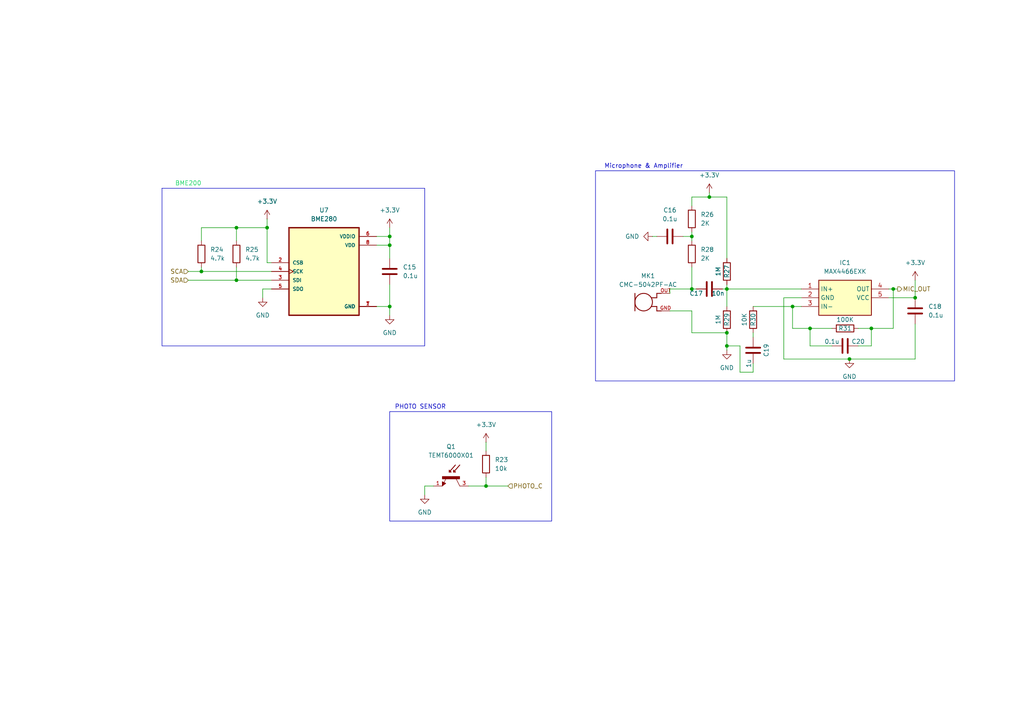
<source format=kicad_sch>
(kicad_sch
	(version 20231120)
	(generator "eeschema")
	(generator_version "8.0")
	(uuid "2040a59f-0ca1-40df-879b-5f16195019d6")
	(paper "A4")
	(lib_symbols
		(symbol "BME280:BME280"
			(pin_names
				(offset 1.016)
			)
			(exclude_from_sim no)
			(in_bom yes)
			(on_board yes)
			(property "Reference" "U"
				(at -10.1662 13.3431 0)
				(effects
					(font
						(size 1.27 1.27)
					)
					(justify left bottom)
				)
			)
			(property "Value" "BME280"
				(at -10.1683 -15.2524 0)
				(effects
					(font
						(size 1.27 1.27)
					)
					(justify left bottom)
				)
			)
			(property "Footprint" "BME280:PSON65P250X250X100-8N"
				(at 0 0 0)
				(effects
					(font
						(size 1.27 1.27)
					)
					(justify bottom)
					(hide yes)
				)
			)
			(property "Datasheet" ""
				(at 0 0 0)
				(effects
					(font
						(size 1.27 1.27)
					)
					(hide yes)
				)
			)
			(property "Description" "Integrated pressure, humidity and temperature sensor; 8-pin 2.5x2.5x0.93mm LGA"
				(at 0 0 0)
				(effects
					(font
						(size 1.27 1.27)
					)
					(justify bottom)
					(hide yes)
				)
			)
			(property "MF" "Bosch"
				(at 0 0 0)
				(effects
					(font
						(size 1.27 1.27)
					)
					(justify bottom)
					(hide yes)
				)
			)
			(property "PACKAGE" "LGA-8 Bosch"
				(at 0 0 0)
				(effects
					(font
						(size 1.27 1.27)
					)
					(justify bottom)
					(hide yes)
				)
			)
			(property "PRICE" "4.94 USD"
				(at 0 0 0)
				(effects
					(font
						(size 1.27 1.27)
					)
					(justify bottom)
					(hide yes)
				)
			)
			(property "Package" "LGA-8 Bosch"
				(at 0 0 0)
				(effects
					(font
						(size 1.27 1.27)
					)
					(justify bottom)
					(hide yes)
				)
			)
			(property "Check_prices" "https://www.snapeda.com/parts/BME280/Bosch/view-part/?ref=eda"
				(at 0 0 0)
				(effects
					(font
						(size 1.27 1.27)
					)
					(justify bottom)
					(hide yes)
				)
			)
			(property "STANDARD" "IPC-7351B"
				(at 0 0 0)
				(effects
					(font
						(size 1.27 1.27)
					)
					(justify bottom)
					(hide yes)
				)
			)
			(property "SnapEDA_Link" "https://www.snapeda.com/parts/BME280/Bosch/view-part/?ref=snap"
				(at 0 0 0)
				(effects
					(font
						(size 1.27 1.27)
					)
					(justify bottom)
					(hide yes)
				)
			)
			(property "MP" "BME280"
				(at 0 0 0)
				(effects
					(font
						(size 1.27 1.27)
					)
					(justify bottom)
					(hide yes)
				)
			)
			(property "Price" "None"
				(at 0 0 0)
				(effects
					(font
						(size 1.27 1.27)
					)
					(justify bottom)
					(hide yes)
				)
			)
			(property "Availability" "In Stock"
				(at 0 0 0)
				(effects
					(font
						(size 1.27 1.27)
					)
					(justify bottom)
					(hide yes)
				)
			)
			(property "AVAILABILITY" "Good"
				(at 0 0 0)
				(effects
					(font
						(size 1.27 1.27)
					)
					(justify bottom)
					(hide yes)
				)
			)
			(property "Description_1" "\n                        \n                            Board Mount Humidity Sensors MEMS humidity, pressure and temperature sensor\n                        \n"
				(at 0 0 0)
				(effects
					(font
						(size 1.27 1.27)
					)
					(justify bottom)
					(hide yes)
				)
			)
			(symbol "BME280_0_0"
				(rectangle
					(start -10.16 -12.7)
					(end 10.16 12.7)
					(stroke
						(width 0.4064)
						(type default)
					)
					(fill
						(type background)
					)
				)
				(pin power_in line
					(at 15.24 -10.16 180)
					(length 5.08)
					(name "GND"
						(effects
							(font
								(size 1.016 1.016)
							)
						)
					)
					(number "1"
						(effects
							(font
								(size 1.016 1.016)
							)
						)
					)
				)
				(pin input line
					(at -15.24 2.54 0)
					(length 5.08)
					(name "CSB"
						(effects
							(font
								(size 1.016 1.016)
							)
						)
					)
					(number "2"
						(effects
							(font
								(size 1.016 1.016)
							)
						)
					)
				)
				(pin bidirectional line
					(at -15.24 -2.54 0)
					(length 5.08)
					(name "SDI"
						(effects
							(font
								(size 1.016 1.016)
							)
						)
					)
					(number "3"
						(effects
							(font
								(size 1.016 1.016)
							)
						)
					)
				)
				(pin input clock
					(at -15.24 0 0)
					(length 5.08)
					(name "SCK"
						(effects
							(font
								(size 1.016 1.016)
							)
						)
					)
					(number "4"
						(effects
							(font
								(size 1.016 1.016)
							)
						)
					)
				)
				(pin bidirectional line
					(at -15.24 -5.08 0)
					(length 5.08)
					(name "SDO"
						(effects
							(font
								(size 1.016 1.016)
							)
						)
					)
					(number "5"
						(effects
							(font
								(size 1.016 1.016)
							)
						)
					)
				)
				(pin power_in line
					(at 15.24 10.16 180)
					(length 5.08)
					(name "VDDIO"
						(effects
							(font
								(size 1.016 1.016)
							)
						)
					)
					(number "6"
						(effects
							(font
								(size 1.016 1.016)
							)
						)
					)
				)
				(pin power_in line
					(at 15.24 -10.16 180)
					(length 5.08)
					(name "GND"
						(effects
							(font
								(size 1.016 1.016)
							)
						)
					)
					(number "7"
						(effects
							(font
								(size 1.016 1.016)
							)
						)
					)
				)
				(pin power_in line
					(at 15.24 7.62 180)
					(length 5.08)
					(name "VDD"
						(effects
							(font
								(size 1.016 1.016)
							)
						)
					)
					(number "8"
						(effects
							(font
								(size 1.016 1.016)
							)
						)
					)
				)
			)
		)
		(symbol "CMC-5042PF-AC:CMC-5042PF-AC"
			(pin_names
				(offset 1.016)
			)
			(exclude_from_sim no)
			(in_bom yes)
			(on_board yes)
			(property "Reference" "MK"
				(at -2.5424 5.0848 0)
				(effects
					(font
						(size 1.27 1.27)
					)
					(justify left bottom)
				)
			)
			(property "Value" "CMC-5042PF-AC"
				(at -2.5442 -6.3606 0)
				(effects
					(font
						(size 1.27 1.27)
					)
					(justify left bottom)
				)
			)
			(property "Footprint" "CMC-5042PF-AC:CUI_CMC-5042PF-AC"
				(at 0 0 0)
				(effects
					(font
						(size 1.27 1.27)
					)
					(justify bottom)
					(hide yes)
				)
			)
			(property "Datasheet" ""
				(at 0 0 0)
				(effects
					(font
						(size 1.27 1.27)
					)
					(hide yes)
				)
			)
			(property "Description" ""
				(at 0 0 0)
				(effects
					(font
						(size 1.27 1.27)
					)
					(hide yes)
				)
			)
			(property "MF" "Same Sky"
				(at 0 0 0)
				(effects
					(font
						(size 1.27 1.27)
					)
					(justify bottom)
					(hide yes)
				)
			)
			(property "Description_1" "\n                        \n                            6.0 mm, Omnidirectional, PCB Mount, 2.0 Vdc, Electret Condenser Microphone\n                        \n"
				(at 0 0 0)
				(effects
					(font
						(size 1.27 1.27)
					)
					(justify bottom)
					(hide yes)
				)
			)
			(property "Package" "None"
				(at 0 0 0)
				(effects
					(font
						(size 1.27 1.27)
					)
					(justify bottom)
					(hide yes)
				)
			)
			(property "Price" "None"
				(at 0 0 0)
				(effects
					(font
						(size 1.27 1.27)
					)
					(justify bottom)
					(hide yes)
				)
			)
			(property "Check_prices" "https://www.snapeda.com/parts/CMC-5042PF-AC/Same+Sky/view-part/?ref=eda"
				(at 0 0 0)
				(effects
					(font
						(size 1.27 1.27)
					)
					(justify bottom)
					(hide yes)
				)
			)
			(property "STANDARD" "Manufacturer recommendations"
				(at 0 0 0)
				(effects
					(font
						(size 1.27 1.27)
					)
					(justify bottom)
					(hide yes)
				)
			)
			(property "SnapEDA_Link" "https://www.snapeda.com/parts/CMC-5042PF-AC/Same+Sky/view-part/?ref=snap"
				(at 0 0 0)
				(effects
					(font
						(size 1.27 1.27)
					)
					(justify bottom)
					(hide yes)
				)
			)
			(property "MP" "CMC-5042PF-AC"
				(at 0 0 0)
				(effects
					(font
						(size 1.27 1.27)
					)
					(justify bottom)
					(hide yes)
				)
			)
			(property "Availability" "In Stock"
				(at 0 0 0)
				(effects
					(font
						(size 1.27 1.27)
					)
					(justify bottom)
					(hide yes)
				)
			)
			(property "MANUFACTURER" "CUI INC"
				(at 0 0 0)
				(effects
					(font
						(size 1.27 1.27)
					)
					(justify bottom)
					(hide yes)
				)
			)
			(symbol "CMC-5042PF-AC_0_0"
				(polyline
					(pts
						(xy -2.54 2.54) (xy -2.54 -2.54)
					)
					(stroke
						(width 0.254)
						(type default)
					)
					(fill
						(type none)
					)
				)
				(polyline
					(pts
						(xy 3.81 -2.54) (xy 3.81 -1.27)
					)
					(stroke
						(width 0.254)
						(type default)
					)
					(fill
						(type none)
					)
				)
				(polyline
					(pts
						(xy 3.81 -1.27) (xy 2.2352 -1.27)
					)
					(stroke
						(width 0.254)
						(type default)
					)
					(fill
						(type none)
					)
				)
				(polyline
					(pts
						(xy 3.81 1.27) (xy 2.2352 1.27)
					)
					(stroke
						(width 0.254)
						(type default)
					)
					(fill
						(type none)
					)
				)
				(polyline
					(pts
						(xy 3.81 2.54) (xy 3.81 1.27)
					)
					(stroke
						(width 0.254)
						(type default)
					)
					(fill
						(type none)
					)
				)
				(polyline
					(pts
						(xy 5.08 -2.54) (xy 3.81 -2.54)
					)
					(stroke
						(width 0.254)
						(type default)
					)
					(fill
						(type none)
					)
				)
				(polyline
					(pts
						(xy 5.08 2.54) (xy 3.81 2.54)
					)
					(stroke
						(width 0.254)
						(type default)
					)
					(fill
						(type none)
					)
				)
				(circle
					(center 0 0)
					(radius 2.54)
					(stroke
						(width 0.254)
						(type default)
					)
					(fill
						(type none)
					)
				)
				(pin power_in line
					(at 7.62 -2.54 180)
					(length 2.54)
					(name "~"
						(effects
							(font
								(size 1.016 1.016)
							)
						)
					)
					(number "GND"
						(effects
							(font
								(size 1.016 1.016)
							)
						)
					)
				)
				(pin output line
					(at 7.62 2.54 180)
					(length 2.54)
					(name "~"
						(effects
							(font
								(size 1.016 1.016)
							)
						)
					)
					(number "OUT"
						(effects
							(font
								(size 1.016 1.016)
							)
						)
					)
				)
			)
		)
		(symbol "Device:C"
			(pin_numbers hide)
			(pin_names
				(offset 0.254)
			)
			(exclude_from_sim no)
			(in_bom yes)
			(on_board yes)
			(property "Reference" "C"
				(at 0.635 2.54 0)
				(effects
					(font
						(size 1.27 1.27)
					)
					(justify left)
				)
			)
			(property "Value" "C"
				(at 0.635 -2.54 0)
				(effects
					(font
						(size 1.27 1.27)
					)
					(justify left)
				)
			)
			(property "Footprint" ""
				(at 0.9652 -3.81 0)
				(effects
					(font
						(size 1.27 1.27)
					)
					(hide yes)
				)
			)
			(property "Datasheet" "~"
				(at 0 0 0)
				(effects
					(font
						(size 1.27 1.27)
					)
					(hide yes)
				)
			)
			(property "Description" "Unpolarized capacitor"
				(at 0 0 0)
				(effects
					(font
						(size 1.27 1.27)
					)
					(hide yes)
				)
			)
			(property "ki_keywords" "cap capacitor"
				(at 0 0 0)
				(effects
					(font
						(size 1.27 1.27)
					)
					(hide yes)
				)
			)
			(property "ki_fp_filters" "C_*"
				(at 0 0 0)
				(effects
					(font
						(size 1.27 1.27)
					)
					(hide yes)
				)
			)
			(symbol "C_0_1"
				(polyline
					(pts
						(xy -2.032 -0.762) (xy 2.032 -0.762)
					)
					(stroke
						(width 0.508)
						(type default)
					)
					(fill
						(type none)
					)
				)
				(polyline
					(pts
						(xy -2.032 0.762) (xy 2.032 0.762)
					)
					(stroke
						(width 0.508)
						(type default)
					)
					(fill
						(type none)
					)
				)
			)
			(symbol "C_1_1"
				(pin passive line
					(at 0 3.81 270)
					(length 2.794)
					(name "~"
						(effects
							(font
								(size 1.27 1.27)
							)
						)
					)
					(number "1"
						(effects
							(font
								(size 1.27 1.27)
							)
						)
					)
				)
				(pin passive line
					(at 0 -3.81 90)
					(length 2.794)
					(name "~"
						(effects
							(font
								(size 1.27 1.27)
							)
						)
					)
					(number "2"
						(effects
							(font
								(size 1.27 1.27)
							)
						)
					)
				)
			)
		)
		(symbol "Device:R"
			(pin_numbers hide)
			(pin_names
				(offset 0)
			)
			(exclude_from_sim no)
			(in_bom yes)
			(on_board yes)
			(property "Reference" "R"
				(at 2.032 0 90)
				(effects
					(font
						(size 1.27 1.27)
					)
				)
			)
			(property "Value" "R"
				(at 0 0 90)
				(effects
					(font
						(size 1.27 1.27)
					)
				)
			)
			(property "Footprint" ""
				(at -1.778 0 90)
				(effects
					(font
						(size 1.27 1.27)
					)
					(hide yes)
				)
			)
			(property "Datasheet" "~"
				(at 0 0 0)
				(effects
					(font
						(size 1.27 1.27)
					)
					(hide yes)
				)
			)
			(property "Description" "Resistor"
				(at 0 0 0)
				(effects
					(font
						(size 1.27 1.27)
					)
					(hide yes)
				)
			)
			(property "ki_keywords" "R res resistor"
				(at 0 0 0)
				(effects
					(font
						(size 1.27 1.27)
					)
					(hide yes)
				)
			)
			(property "ki_fp_filters" "R_*"
				(at 0 0 0)
				(effects
					(font
						(size 1.27 1.27)
					)
					(hide yes)
				)
			)
			(symbol "R_0_1"
				(rectangle
					(start -1.016 -2.54)
					(end 1.016 2.54)
					(stroke
						(width 0.254)
						(type default)
					)
					(fill
						(type none)
					)
				)
			)
			(symbol "R_1_1"
				(pin passive line
					(at 0 3.81 270)
					(length 1.27)
					(name "~"
						(effects
							(font
								(size 1.27 1.27)
							)
						)
					)
					(number "1"
						(effects
							(font
								(size 1.27 1.27)
							)
						)
					)
				)
				(pin passive line
					(at 0 -3.81 90)
					(length 1.27)
					(name "~"
						(effects
							(font
								(size 1.27 1.27)
							)
						)
					)
					(number "2"
						(effects
							(font
								(size 1.27 1.27)
							)
						)
					)
				)
			)
		)
		(symbol "MAX4466EXK:MAX4466EXK"
			(exclude_from_sim no)
			(in_bom yes)
			(on_board yes)
			(property "Reference" "IC"
				(at 21.59 7.62 0)
				(effects
					(font
						(size 1.27 1.27)
					)
					(justify left top)
				)
			)
			(property "Value" "MAX4466EXK"
				(at 21.59 5.08 0)
				(effects
					(font
						(size 1.27 1.27)
					)
					(justify left top)
				)
			)
			(property "Footprint" "SOT95P280X145-5N"
				(at 21.59 -94.92 0)
				(effects
					(font
						(size 1.27 1.27)
					)
					(justify left top)
					(hide yes)
				)
			)
			(property "Datasheet" "https://datasheets.maximintegrated.com/en/ds/MAX4465-MAX4469.pdf"
				(at 21.59 -194.92 0)
				(effects
					(font
						(size 1.27 1.27)
					)
					(justify left top)
					(hide yes)
				)
			)
			(property "Description" "Microphone Preamplifiers uPower Microphone Preamplifier"
				(at 0 0 0)
				(effects
					(font
						(size 1.27 1.27)
					)
					(hide yes)
				)
			)
			(property "Height" "1.45"
				(at 21.59 -394.92 0)
				(effects
					(font
						(size 1.27 1.27)
					)
					(justify left top)
					(hide yes)
				)
			)
			(property "Manufacturer_Name" "Analog Devices"
				(at 21.59 -494.92 0)
				(effects
					(font
						(size 1.27 1.27)
					)
					(justify left top)
					(hide yes)
				)
			)
			(property "Manufacturer_Part_Number" "MAX4466EXK"
				(at 21.59 -594.92 0)
				(effects
					(font
						(size 1.27 1.27)
					)
					(justify left top)
					(hide yes)
				)
			)
			(property "Mouser Part Number" "N/A"
				(at 21.59 -694.92 0)
				(effects
					(font
						(size 1.27 1.27)
					)
					(justify left top)
					(hide yes)
				)
			)
			(property "Mouser Price/Stock" "https://www.mouser.co.uk/ProductDetail/Analog-Devices-Maxim-Integrated/MAX4466EXK?qs=OjdDRS8jtCbsZ%2FNpJ48sLQ%3D%3D"
				(at 21.59 -794.92 0)
				(effects
					(font
						(size 1.27 1.27)
					)
					(justify left top)
					(hide yes)
				)
			)
			(property "Arrow Part Number" ""
				(at 21.59 -894.92 0)
				(effects
					(font
						(size 1.27 1.27)
					)
					(justify left top)
					(hide yes)
				)
			)
			(property "Arrow Price/Stock" ""
				(at 21.59 -994.92 0)
				(effects
					(font
						(size 1.27 1.27)
					)
					(justify left top)
					(hide yes)
				)
			)
			(symbol "MAX4466EXK_1_1"
				(rectangle
					(start 5.08 2.54)
					(end 20.32 -7.62)
					(stroke
						(width 0.254)
						(type default)
					)
					(fill
						(type background)
					)
				)
				(pin input line
					(at 0 0 0)
					(length 5.08)
					(name "IN+"
						(effects
							(font
								(size 1.27 1.27)
							)
						)
					)
					(number "1"
						(effects
							(font
								(size 1.27 1.27)
							)
						)
					)
				)
				(pin power_in line
					(at 0 -2.54 0)
					(length 5.08)
					(name "GND"
						(effects
							(font
								(size 1.27 1.27)
							)
						)
					)
					(number "2"
						(effects
							(font
								(size 1.27 1.27)
							)
						)
					)
				)
				(pin input line
					(at 0 -5.08 0)
					(length 5.08)
					(name "IN-"
						(effects
							(font
								(size 1.27 1.27)
							)
						)
					)
					(number "3"
						(effects
							(font
								(size 1.27 1.27)
							)
						)
					)
				)
				(pin output line
					(at 25.4 0 180)
					(length 5.08)
					(name "OUT"
						(effects
							(font
								(size 1.27 1.27)
							)
						)
					)
					(number "4"
						(effects
							(font
								(size 1.27 1.27)
							)
						)
					)
				)
				(pin power_in line
					(at 25.4 -2.54 180)
					(length 5.08)
					(name "VCC"
						(effects
							(font
								(size 1.27 1.27)
							)
						)
					)
					(number "5"
						(effects
							(font
								(size 1.27 1.27)
							)
						)
					)
				)
			)
		)
		(symbol "TEMT6000X01:TEMT6000X01"
			(pin_names
				(offset 1.016)
			)
			(exclude_from_sim no)
			(in_bom yes)
			(on_board yes)
			(property "Reference" "Q"
				(at 5.0999 0 0)
				(effects
					(font
						(size 1.27 1.27)
					)
					(justify left bottom)
				)
			)
			(property "Value" "TEMT6000X01"
				(at 5.0887 -2.5444 0)
				(effects
					(font
						(size 1.27 1.27)
					)
					(justify left bottom)
				)
			)
			(property "Footprint" "TEMT6000X01:TRANS_TEMT6000X01"
				(at 0 0 0)
				(effects
					(font
						(size 1.27 1.27)
					)
					(justify bottom)
					(hide yes)
				)
			)
			(property "Datasheet" ""
				(at 0 0 0)
				(effects
					(font
						(size 1.27 1.27)
					)
					(hide yes)
				)
			)
			(property "Description" ""
				(at 0 0 0)
				(effects
					(font
						(size 1.27 1.27)
					)
					(hide yes)
				)
			)
			(property "MF" "Vishay Semiconductor"
				(at 0 0 0)
				(effects
					(font
						(size 1.27 1.27)
					)
					(justify bottom)
					(hide yes)
				)
			)
			(property "Description_1" "\n                        \n                            Phototransistors 570nm Top View 1206 (3216 Metric)\n                        \n"
				(at 0 0 0)
				(effects
					(font
						(size 1.27 1.27)
					)
					(justify bottom)
					(hide yes)
				)
			)
			(property "Package" "1206 Vishay"
				(at 0 0 0)
				(effects
					(font
						(size 1.27 1.27)
					)
					(justify bottom)
					(hide yes)
				)
			)
			(property "Price" "None"
				(at 0 0 0)
				(effects
					(font
						(size 1.27 1.27)
					)
					(justify bottom)
					(hide yes)
				)
			)
			(property "Check_prices" "https://www.snapeda.com/parts/TEMT6000X01/Vishay/view-part/?ref=eda"
				(at 0 0 0)
				(effects
					(font
						(size 1.27 1.27)
					)
					(justify bottom)
					(hide yes)
				)
			)
			(property "STANDARD" "Manufacturer Recommendations"
				(at 0 0 0)
				(effects
					(font
						(size 1.27 1.27)
					)
					(justify bottom)
					(hide yes)
				)
			)
			(property "PARTREV" "1.9"
				(at 0 0 0)
				(effects
					(font
						(size 1.27 1.27)
					)
					(justify bottom)
					(hide yes)
				)
			)
			(property "SnapEDA_Link" "https://www.snapeda.com/parts/TEMT6000X01/Vishay/view-part/?ref=snap"
				(at 0 0 0)
				(effects
					(font
						(size 1.27 1.27)
					)
					(justify bottom)
					(hide yes)
				)
			)
			(property "MP" "TEMT6000X01"
				(at 0 0 0)
				(effects
					(font
						(size 1.27 1.27)
					)
					(justify bottom)
					(hide yes)
				)
			)
			(property "Availability" "In Stock"
				(at 0 0 0)
				(effects
					(font
						(size 1.27 1.27)
					)
					(justify bottom)
					(hide yes)
				)
			)
			(property "MANUFACTURER" "VISHAY"
				(at 0 0 0)
				(effects
					(font
						(size 1.27 1.27)
					)
					(justify bottom)
					(hide yes)
				)
			)
			(symbol "TEMT6000X01_0_0"
				(rectangle
					(start -0.2547 -2.5468)
					(end 0.508 2.54)
					(stroke
						(width 0.1)
						(type default)
					)
					(fill
						(type outline)
					)
				)
				(polyline
					(pts
						(xy -3.556 1.27) (xy -1.524 -0.508)
					)
					(stroke
						(width 0.254)
						(type default)
					)
					(fill
						(type none)
					)
				)
				(polyline
					(pts
						(xy -3.556 2.54) (xy -1.524 0.762)
					)
					(stroke
						(width 0.254)
						(type default)
					)
					(fill
						(type none)
					)
				)
				(polyline
					(pts
						(xy -2.032 -0.508) (xy -1.524 0)
					)
					(stroke
						(width 0.254)
						(type default)
					)
					(fill
						(type none)
					)
				)
				(polyline
					(pts
						(xy -2.032 0.762) (xy -1.524 1.27)
					)
					(stroke
						(width 0.254)
						(type default)
					)
					(fill
						(type none)
					)
				)
				(polyline
					(pts
						(xy -1.524 -0.508) (xy -2.032 -0.508)
					)
					(stroke
						(width 0.254)
						(type default)
					)
					(fill
						(type none)
					)
				)
				(polyline
					(pts
						(xy -1.524 0) (xy -1.524 -0.508)
					)
					(stroke
						(width 0.254)
						(type default)
					)
					(fill
						(type none)
					)
				)
				(polyline
					(pts
						(xy -1.524 0.762) (xy -2.032 0.762)
					)
					(stroke
						(width 0.254)
						(type default)
					)
					(fill
						(type none)
					)
				)
				(polyline
					(pts
						(xy -1.524 1.27) (xy -1.524 0.762)
					)
					(stroke
						(width 0.254)
						(type default)
					)
					(fill
						(type none)
					)
				)
				(polyline
					(pts
						(xy 1.27 -2.54) (xy 1.778 -1.524)
					)
					(stroke
						(width 0.1524)
						(type default)
					)
					(fill
						(type none)
					)
				)
				(polyline
					(pts
						(xy 1.524 -2.413) (xy 2.286 -2.413)
					)
					(stroke
						(width 0.254)
						(type default)
					)
					(fill
						(type none)
					)
				)
				(polyline
					(pts
						(xy 1.524 -2.286) (xy 1.905 -2.286)
					)
					(stroke
						(width 0.254)
						(type default)
					)
					(fill
						(type none)
					)
				)
				(polyline
					(pts
						(xy 1.54 -2.04) (xy 0.308 -1.424)
					)
					(stroke
						(width 0.1524)
						(type default)
					)
					(fill
						(type none)
					)
				)
				(polyline
					(pts
						(xy 1.778 -1.778) (xy 1.524 -2.286)
					)
					(stroke
						(width 0.254)
						(type default)
					)
					(fill
						(type none)
					)
				)
				(polyline
					(pts
						(xy 1.778 -1.524) (xy 2.54 -2.54)
					)
					(stroke
						(width 0.1524)
						(type default)
					)
					(fill
						(type none)
					)
				)
				(polyline
					(pts
						(xy 1.905 -2.286) (xy 1.778 -2.032)
					)
					(stroke
						(width 0.254)
						(type default)
					)
					(fill
						(type none)
					)
				)
				(polyline
					(pts
						(xy 2.286 -2.413) (xy 1.778 -1.778)
					)
					(stroke
						(width 0.254)
						(type default)
					)
					(fill
						(type none)
					)
				)
				(polyline
					(pts
						(xy 2.54 -2.54) (xy 1.27 -2.54)
					)
					(stroke
						(width 0.1524)
						(type default)
					)
					(fill
						(type none)
					)
				)
				(polyline
					(pts
						(xy 2.54 2.54) (xy 0.508 1.524)
					)
					(stroke
						(width 0.1524)
						(type default)
					)
					(fill
						(type none)
					)
				)
				(pin passive line
					(at 2.54 -5.08 90)
					(length 2.54)
					(name "~"
						(effects
							(font
								(size 1.016 1.016)
							)
						)
					)
					(number "1"
						(effects
							(font
								(size 1.016 1.016)
							)
						)
					)
				)
				(pin passive line
					(at 2.54 5.08 270)
					(length 2.54)
					(name "~"
						(effects
							(font
								(size 1.016 1.016)
							)
						)
					)
					(number "3"
						(effects
							(font
								(size 1.016 1.016)
							)
						)
					)
				)
			)
		)
		(symbol "power:+3.3V"
			(power)
			(pin_numbers hide)
			(pin_names
				(offset 0) hide)
			(exclude_from_sim no)
			(in_bom yes)
			(on_board yes)
			(property "Reference" "#PWR"
				(at 0 -3.81 0)
				(effects
					(font
						(size 1.27 1.27)
					)
					(hide yes)
				)
			)
			(property "Value" "+3.3V"
				(at 0 3.556 0)
				(effects
					(font
						(size 1.27 1.27)
					)
				)
			)
			(property "Footprint" ""
				(at 0 0 0)
				(effects
					(font
						(size 1.27 1.27)
					)
					(hide yes)
				)
			)
			(property "Datasheet" ""
				(at 0 0 0)
				(effects
					(font
						(size 1.27 1.27)
					)
					(hide yes)
				)
			)
			(property "Description" "Power symbol creates a global label with name \"+3.3V\""
				(at 0 0 0)
				(effects
					(font
						(size 1.27 1.27)
					)
					(hide yes)
				)
			)
			(property "ki_keywords" "global power"
				(at 0 0 0)
				(effects
					(font
						(size 1.27 1.27)
					)
					(hide yes)
				)
			)
			(symbol "+3.3V_0_1"
				(polyline
					(pts
						(xy -0.762 1.27) (xy 0 2.54)
					)
					(stroke
						(width 0)
						(type default)
					)
					(fill
						(type none)
					)
				)
				(polyline
					(pts
						(xy 0 0) (xy 0 2.54)
					)
					(stroke
						(width 0)
						(type default)
					)
					(fill
						(type none)
					)
				)
				(polyline
					(pts
						(xy 0 2.54) (xy 0.762 1.27)
					)
					(stroke
						(width 0)
						(type default)
					)
					(fill
						(type none)
					)
				)
			)
			(symbol "+3.3V_1_1"
				(pin power_in line
					(at 0 0 90)
					(length 0)
					(name "~"
						(effects
							(font
								(size 1.27 1.27)
							)
						)
					)
					(number "1"
						(effects
							(font
								(size 1.27 1.27)
							)
						)
					)
				)
			)
		)
		(symbol "power:GND"
			(power)
			(pin_numbers hide)
			(pin_names
				(offset 0) hide)
			(exclude_from_sim no)
			(in_bom yes)
			(on_board yes)
			(property "Reference" "#PWR"
				(at 0 -6.35 0)
				(effects
					(font
						(size 1.27 1.27)
					)
					(hide yes)
				)
			)
			(property "Value" "GND"
				(at 0 -3.81 0)
				(effects
					(font
						(size 1.27 1.27)
					)
				)
			)
			(property "Footprint" ""
				(at 0 0 0)
				(effects
					(font
						(size 1.27 1.27)
					)
					(hide yes)
				)
			)
			(property "Datasheet" ""
				(at 0 0 0)
				(effects
					(font
						(size 1.27 1.27)
					)
					(hide yes)
				)
			)
			(property "Description" "Power symbol creates a global label with name \"GND\" , ground"
				(at 0 0 0)
				(effects
					(font
						(size 1.27 1.27)
					)
					(hide yes)
				)
			)
			(property "ki_keywords" "global power"
				(at 0 0 0)
				(effects
					(font
						(size 1.27 1.27)
					)
					(hide yes)
				)
			)
			(symbol "GND_0_1"
				(polyline
					(pts
						(xy 0 0) (xy 0 -1.27) (xy 1.27 -1.27) (xy 0 -2.54) (xy -1.27 -1.27) (xy 0 -1.27)
					)
					(stroke
						(width 0)
						(type default)
					)
					(fill
						(type none)
					)
				)
			)
			(symbol "GND_1_1"
				(pin power_in line
					(at 0 0 270)
					(length 0)
					(name "~"
						(effects
							(font
								(size 1.27 1.27)
							)
						)
					)
					(number "1"
						(effects
							(font
								(size 1.27 1.27)
							)
						)
					)
				)
			)
		)
	)
	(junction
		(at 68.58 81.28)
		(diameter 0)
		(color 0 0 0 0)
		(uuid "09e5dece-9866-4eb4-872c-1cbf55624802")
	)
	(junction
		(at 113.03 68.58)
		(diameter 0)
		(color 0 0 0 0)
		(uuid "0ee14c9a-8bbe-46bd-be8a-ebc1f43a082c")
	)
	(junction
		(at 246.38 104.14)
		(diameter 0)
		(color 0 0 0 0)
		(uuid "0f91483f-df17-409a-83ac-f792c884d2ac")
	)
	(junction
		(at 205.74 57.15)
		(diameter 0)
		(color 0 0 0 0)
		(uuid "1af71f03-58f3-4d9e-a332-4373c226787b")
	)
	(junction
		(at 200.66 68.58)
		(diameter 0)
		(color 0 0 0 0)
		(uuid "210687e3-d07e-43e4-bef0-4980c8c4efaa")
	)
	(junction
		(at 200.66 83.82)
		(diameter 0)
		(color 0 0 0 0)
		(uuid "25c606fb-951b-4831-b85a-69c7cf1b5114")
	)
	(junction
		(at 252.73 95.25)
		(diameter 0)
		(color 0 0 0 0)
		(uuid "29c032cc-8d85-42c1-b6b6-9c012435bde1")
	)
	(junction
		(at 68.58 66.04)
		(diameter 0)
		(color 0 0 0 0)
		(uuid "36ddeec5-d397-450d-b6b2-6c652c79bad0")
	)
	(junction
		(at 77.47 66.04)
		(diameter 0)
		(color 0 0 0 0)
		(uuid "4fc9c261-b98e-4c96-bfd7-05f6f967c271")
	)
	(junction
		(at 140.97 140.97)
		(diameter 0)
		(color 0 0 0 0)
		(uuid "67259e67-3311-4429-88b8-9903ace69791")
	)
	(junction
		(at 210.82 83.82)
		(diameter 0)
		(color 0 0 0 0)
		(uuid "6a37e84d-ff65-42c6-a034-63fb43138928")
	)
	(junction
		(at 113.03 88.9)
		(diameter 0)
		(color 0 0 0 0)
		(uuid "6fa2441c-0d6b-4924-a138-b0704382ab17")
	)
	(junction
		(at 210.82 96.52)
		(diameter 0)
		(color 0 0 0 0)
		(uuid "7db16e13-aa20-46a7-a095-3ea2b99a9bb4")
	)
	(junction
		(at 58.42 78.74)
		(diameter 0)
		(color 0 0 0 0)
		(uuid "97548949-65ed-4d90-b10a-40c28c81e2ec")
	)
	(junction
		(at 259.08 83.82)
		(diameter 0)
		(color 0 0 0 0)
		(uuid "a3486a1a-4386-4d0f-b73f-c1bf585b5ca4")
	)
	(junction
		(at 234.95 95.25)
		(diameter 0)
		(color 0 0 0 0)
		(uuid "a5a2de44-9d41-458c-8911-9cd735d7cc32")
	)
	(junction
		(at 229.87 88.9)
		(diameter 0)
		(color 0 0 0 0)
		(uuid "c496f079-462a-46d8-b590-75fbd43b4513")
	)
	(junction
		(at 265.43 86.36)
		(diameter 0)
		(color 0 0 0 0)
		(uuid "d4473889-78ff-4cfb-9873-1c8615aeae91")
	)
	(junction
		(at 210.82 100.33)
		(diameter 0)
		(color 0 0 0 0)
		(uuid "e02dfc0f-cba8-4a12-9319-cd05155a262d")
	)
	(junction
		(at 113.03 71.12)
		(diameter 0)
		(color 0 0 0 0)
		(uuid "f8c1f9f5-7063-404c-b594-03bfe287d42f")
	)
	(wire
		(pts
			(xy 232.41 86.36) (xy 227.33 86.36)
		)
		(stroke
			(width 0)
			(type default)
		)
		(uuid "039e3e31-5a4f-417c-9f96-9d1b5ddede3f")
	)
	(wire
		(pts
			(xy 194.31 83.82) (xy 194.31 85.09)
		)
		(stroke
			(width 0)
			(type default)
		)
		(uuid "099872ea-88ef-481d-99fe-89aad5c9b497")
	)
	(wire
		(pts
			(xy 218.44 107.95) (xy 214.63 107.95)
		)
		(stroke
			(width 0)
			(type default)
		)
		(uuid "0ba32b5f-5b32-486d-940d-ee8c19770a34")
	)
	(wire
		(pts
			(xy 113.03 88.9) (xy 113.03 82.55)
		)
		(stroke
			(width 0)
			(type default)
		)
		(uuid "0cd3d4f0-1f65-4a0e-a47e-1ad39ef10c38")
	)
	(wire
		(pts
			(xy 234.95 95.25) (xy 241.3 95.25)
		)
		(stroke
			(width 0)
			(type default)
		)
		(uuid "0cfb1928-0e4b-4390-8120-61761ed51672")
	)
	(wire
		(pts
			(xy 210.82 100.33) (xy 210.82 96.52)
		)
		(stroke
			(width 0)
			(type default)
		)
		(uuid "142a963d-9c1e-4e8c-b09c-648b2e475d8a")
	)
	(wire
		(pts
			(xy 198.12 68.58) (xy 200.66 68.58)
		)
		(stroke
			(width 0)
			(type default)
		)
		(uuid "16f6ece4-9fa2-4d23-bdc5-a5be13db856a")
	)
	(wire
		(pts
			(xy 194.31 90.17) (xy 200.66 90.17)
		)
		(stroke
			(width 0)
			(type default)
		)
		(uuid "18f77c47-f735-4f27-b0fa-93428a9fb019")
	)
	(wire
		(pts
			(xy 246.38 104.14) (xy 265.43 104.14)
		)
		(stroke
			(width 0)
			(type default)
		)
		(uuid "190588f6-4325-46d3-a62d-b4f5f99827cd")
	)
	(wire
		(pts
			(xy 77.47 66.04) (xy 77.47 76.2)
		)
		(stroke
			(width 0)
			(type default)
		)
		(uuid "1ed30f82-0839-40b0-a5bf-20b17d934db5")
	)
	(wire
		(pts
			(xy 54.61 78.74) (xy 58.42 78.74)
		)
		(stroke
			(width 0)
			(type default)
		)
		(uuid "1f400db0-7222-4903-aca8-0248edff5c29")
	)
	(wire
		(pts
			(xy 210.82 57.15) (xy 205.74 57.15)
		)
		(stroke
			(width 0)
			(type default)
		)
		(uuid "23269814-9e16-46fe-a70e-bf518db8df32")
	)
	(wire
		(pts
			(xy 76.2 83.82) (xy 78.74 83.82)
		)
		(stroke
			(width 0)
			(type default)
		)
		(uuid "23b6f58f-0548-487c-9176-f4e875368bb2")
	)
	(wire
		(pts
			(xy 194.31 83.82) (xy 200.66 83.82)
		)
		(stroke
			(width 0)
			(type default)
		)
		(uuid "25672b4e-a61e-4f5a-a527-d0ad8b4310e5")
	)
	(wire
		(pts
			(xy 252.73 95.25) (xy 248.92 95.25)
		)
		(stroke
			(width 0)
			(type default)
		)
		(uuid "2a4f93e9-4b00-454a-a562-0131a5b25d46")
	)
	(wire
		(pts
			(xy 200.66 68.58) (xy 200.66 69.85)
		)
		(stroke
			(width 0)
			(type default)
		)
		(uuid "2f0fdaaa-7d30-43ca-85e0-a1614089faa9")
	)
	(wire
		(pts
			(xy 77.47 76.2) (xy 78.74 76.2)
		)
		(stroke
			(width 0)
			(type default)
		)
		(uuid "2f646f1c-fefc-490c-b2a6-526cff6c1686")
	)
	(wire
		(pts
			(xy 265.43 86.36) (xy 257.81 86.36)
		)
		(stroke
			(width 0)
			(type default)
		)
		(uuid "3382a81f-cf64-4815-a3f6-474581cff5ef")
	)
	(wire
		(pts
			(xy 147.32 140.97) (xy 140.97 140.97)
		)
		(stroke
			(width 0)
			(type default)
		)
		(uuid "343cd74e-8e6c-4461-8930-57034de9f682")
	)
	(wire
		(pts
			(xy 54.61 81.28) (xy 68.58 81.28)
		)
		(stroke
			(width 0)
			(type default)
		)
		(uuid "3611da50-1618-42d8-9f78-58f169ea0192")
	)
	(wire
		(pts
			(xy 210.82 101.6) (xy 210.82 100.33)
		)
		(stroke
			(width 0)
			(type default)
		)
		(uuid "37c7e38c-91d7-43d9-9dce-a9e588dea691")
	)
	(wire
		(pts
			(xy 140.97 128.27) (xy 140.97 130.81)
		)
		(stroke
			(width 0)
			(type default)
		)
		(uuid "3c1822b9-fe09-4291-add5-4df507a58b78")
	)
	(wire
		(pts
			(xy 227.33 86.36) (xy 227.33 104.14)
		)
		(stroke
			(width 0)
			(type default)
		)
		(uuid "403c7442-646e-42f7-bdc8-4b980909da5d")
	)
	(wire
		(pts
			(xy 248.92 100.33) (xy 252.73 100.33)
		)
		(stroke
			(width 0)
			(type default)
		)
		(uuid "44bf4a1b-c530-4a0e-8a20-de12724c50b0")
	)
	(wire
		(pts
			(xy 260.35 83.82) (xy 259.08 83.82)
		)
		(stroke
			(width 0)
			(type default)
		)
		(uuid "455c3a39-5a51-44a8-9bd9-905d9430e963")
	)
	(wire
		(pts
			(xy 58.42 77.47) (xy 58.42 78.74)
		)
		(stroke
			(width 0)
			(type default)
		)
		(uuid "489ef9c6-ce02-4665-a37f-ef433c159949")
	)
	(wire
		(pts
			(xy 200.66 83.82) (xy 201.93 83.82)
		)
		(stroke
			(width 0)
			(type default)
		)
		(uuid "49bdf5ac-13af-422f-a12d-7680522f758b")
	)
	(wire
		(pts
			(xy 259.08 95.25) (xy 252.73 95.25)
		)
		(stroke
			(width 0)
			(type default)
		)
		(uuid "49f8551e-df32-431f-bfcd-a3ac9929ab08")
	)
	(wire
		(pts
			(xy 113.03 68.58) (xy 109.22 68.58)
		)
		(stroke
			(width 0)
			(type default)
		)
		(uuid "4bcfc2d1-2cfc-4e77-8934-131d7139647f")
	)
	(wire
		(pts
			(xy 200.66 67.31) (xy 200.66 68.58)
		)
		(stroke
			(width 0)
			(type default)
		)
		(uuid "4bfb085e-3665-4f8d-ad14-2221b74ba7e4")
	)
	(wire
		(pts
			(xy 123.19 140.97) (xy 125.73 140.97)
		)
		(stroke
			(width 0)
			(type default)
		)
		(uuid "4c87a461-1330-495d-a6da-024d5e5d3546")
	)
	(wire
		(pts
			(xy 229.87 88.9) (xy 232.41 88.9)
		)
		(stroke
			(width 0)
			(type default)
		)
		(uuid "547b5207-0e30-40fd-bfbb-8bdbd37b96d4")
	)
	(wire
		(pts
			(xy 214.63 100.33) (xy 210.82 100.33)
		)
		(stroke
			(width 0)
			(type default)
		)
		(uuid "54c370a8-588e-4c33-b4d7-a35605279c9b")
	)
	(wire
		(pts
			(xy 109.22 71.12) (xy 113.03 71.12)
		)
		(stroke
			(width 0)
			(type default)
		)
		(uuid "579ad483-23dc-4b3b-bc72-c6b943ce82a2")
	)
	(wire
		(pts
			(xy 200.66 77.47) (xy 200.66 83.82)
		)
		(stroke
			(width 0)
			(type default)
		)
		(uuid "5c42908c-d58a-4ea1-9b2e-b850f8625085")
	)
	(wire
		(pts
			(xy 210.82 82.55) (xy 210.82 83.82)
		)
		(stroke
			(width 0)
			(type default)
		)
		(uuid "5dcbab67-cdb3-4855-bd5f-bb2f7f9055d5")
	)
	(wire
		(pts
			(xy 265.43 81.28) (xy 265.43 86.36)
		)
		(stroke
			(width 0)
			(type default)
		)
		(uuid "61f8038f-a49e-4e06-b398-ba46583d2015")
	)
	(wire
		(pts
			(xy 259.08 83.82) (xy 257.81 83.82)
		)
		(stroke
			(width 0)
			(type default)
		)
		(uuid "65d6cd71-8416-462f-81f2-0130e42310da")
	)
	(wire
		(pts
			(xy 210.82 83.82) (xy 210.82 88.9)
		)
		(stroke
			(width 0)
			(type default)
		)
		(uuid "66162294-6cb4-4bb0-aef8-4e3f7a90f106")
	)
	(wire
		(pts
			(xy 214.63 107.95) (xy 214.63 100.33)
		)
		(stroke
			(width 0)
			(type default)
		)
		(uuid "662a0076-c2ea-432f-86dd-644021a50bed")
	)
	(wire
		(pts
			(xy 68.58 69.85) (xy 68.58 66.04)
		)
		(stroke
			(width 0)
			(type default)
		)
		(uuid "6b62217e-2898-46c5-858d-c7d6cd5dea7f")
	)
	(wire
		(pts
			(xy 241.3 100.33) (xy 234.95 100.33)
		)
		(stroke
			(width 0)
			(type default)
		)
		(uuid "6ea76529-c2a4-48a7-9591-90ce79f1a607")
	)
	(wire
		(pts
			(xy 200.66 59.69) (xy 200.66 57.15)
		)
		(stroke
			(width 0)
			(type default)
		)
		(uuid "6f4bfcd0-72df-480a-9064-393da09bea41")
	)
	(wire
		(pts
			(xy 68.58 66.04) (xy 77.47 66.04)
		)
		(stroke
			(width 0)
			(type default)
		)
		(uuid "75cf7056-2256-48a4-885b-2d42a40c9273")
	)
	(wire
		(pts
			(xy 113.03 74.93) (xy 113.03 71.12)
		)
		(stroke
			(width 0)
			(type default)
		)
		(uuid "799228b7-1732-4e78-a743-fbfb82692676")
	)
	(wire
		(pts
			(xy 229.87 88.9) (xy 229.87 95.25)
		)
		(stroke
			(width 0)
			(type default)
		)
		(uuid "7f21949c-c5a8-4b40-a7f4-0668a3fa87b9")
	)
	(wire
		(pts
			(xy 113.03 91.44) (xy 113.03 88.9)
		)
		(stroke
			(width 0)
			(type default)
		)
		(uuid "8a964f9c-e855-4eb2-abb4-eddc8cbedb18")
	)
	(wire
		(pts
			(xy 200.66 57.15) (xy 205.74 57.15)
		)
		(stroke
			(width 0)
			(type default)
		)
		(uuid "8e40e4a6-1be4-4bda-a644-cfaea1607e3e")
	)
	(wire
		(pts
			(xy 140.97 140.97) (xy 135.89 140.97)
		)
		(stroke
			(width 0)
			(type default)
		)
		(uuid "919efc67-6522-48e3-94f6-e91d48db7d8e")
	)
	(wire
		(pts
			(xy 200.66 96.52) (xy 210.82 96.52)
		)
		(stroke
			(width 0)
			(type default)
		)
		(uuid "99fcd6e3-0470-4284-8df8-710719d65e14")
	)
	(wire
		(pts
			(xy 218.44 96.52) (xy 218.44 97.79)
		)
		(stroke
			(width 0)
			(type default)
		)
		(uuid "9c9b9996-13a8-41f4-a012-163f10fb6032")
	)
	(wire
		(pts
			(xy 218.44 105.41) (xy 218.44 107.95)
		)
		(stroke
			(width 0)
			(type default)
		)
		(uuid "9d5c3214-face-4a86-8d35-28f138e8a74c")
	)
	(wire
		(pts
			(xy 218.44 88.9) (xy 229.87 88.9)
		)
		(stroke
			(width 0)
			(type default)
		)
		(uuid "a07f7c1c-32fc-4632-857b-878b8ae2de17")
	)
	(wire
		(pts
			(xy 76.2 86.36) (xy 76.2 83.82)
		)
		(stroke
			(width 0)
			(type default)
		)
		(uuid "a1005e22-27a5-457b-a8d1-86e2fb9b8e3b")
	)
	(wire
		(pts
			(xy 232.41 83.82) (xy 210.82 83.82)
		)
		(stroke
			(width 0)
			(type default)
		)
		(uuid "a1e88785-d416-4965-a219-7486eab4c707")
	)
	(wire
		(pts
			(xy 259.08 83.82) (xy 259.08 95.25)
		)
		(stroke
			(width 0)
			(type default)
		)
		(uuid "abbf92fe-283c-41ec-86c3-541bc141d8d4")
	)
	(wire
		(pts
			(xy 200.66 90.17) (xy 200.66 96.52)
		)
		(stroke
			(width 0)
			(type default)
		)
		(uuid "b20941ae-bb3a-40b6-b028-8a802b7f9130")
	)
	(wire
		(pts
			(xy 58.42 78.74) (xy 78.74 78.74)
		)
		(stroke
			(width 0)
			(type default)
		)
		(uuid "b4d83ae9-ce59-42e2-ab2c-1cd81e0ced30")
	)
	(wire
		(pts
			(xy 227.33 104.14) (xy 246.38 104.14)
		)
		(stroke
			(width 0)
			(type default)
		)
		(uuid "b5dedc2a-859c-4616-aaff-1b64e584c6de")
	)
	(wire
		(pts
			(xy 209.55 83.82) (xy 210.82 83.82)
		)
		(stroke
			(width 0)
			(type default)
		)
		(uuid "ba5a2d30-fb92-4eb4-b84c-d2ba365bb089")
	)
	(wire
		(pts
			(xy 58.42 66.04) (xy 58.42 69.85)
		)
		(stroke
			(width 0)
			(type default)
		)
		(uuid "c183d763-3269-4653-8f23-276d573aea36")
	)
	(wire
		(pts
			(xy 68.58 77.47) (xy 68.58 81.28)
		)
		(stroke
			(width 0)
			(type default)
		)
		(uuid "c20dd22d-b939-46d1-9efc-9e03fe93a555")
	)
	(wire
		(pts
			(xy 189.23 68.58) (xy 190.5 68.58)
		)
		(stroke
			(width 0)
			(type default)
		)
		(uuid "c37a0d0f-626d-4278-9a19-406230f3be3b")
	)
	(wire
		(pts
			(xy 77.47 63.5) (xy 77.47 66.04)
		)
		(stroke
			(width 0)
			(type default)
		)
		(uuid "c4cf5cd5-cc18-474a-aecc-8bc189b3c5e7")
	)
	(wire
		(pts
			(xy 109.22 88.9) (xy 113.03 88.9)
		)
		(stroke
			(width 0)
			(type default)
		)
		(uuid "c8d460ff-f92d-4213-91e8-d71ec3fbbc21")
	)
	(wire
		(pts
			(xy 68.58 81.28) (xy 78.74 81.28)
		)
		(stroke
			(width 0)
			(type default)
		)
		(uuid "cc5dd030-dd78-4ad8-b386-4eb5b26fe2c6")
	)
	(wire
		(pts
			(xy 113.03 66.04) (xy 113.03 68.58)
		)
		(stroke
			(width 0)
			(type default)
		)
		(uuid "ccb002b3-b355-437f-8a7e-5aecaa830b19")
	)
	(wire
		(pts
			(xy 210.82 57.15) (xy 210.82 74.93)
		)
		(stroke
			(width 0)
			(type default)
		)
		(uuid "cf718974-6b31-45f2-b226-ab88fe56ef73")
	)
	(wire
		(pts
			(xy 205.74 55.88) (xy 205.74 57.15)
		)
		(stroke
			(width 0)
			(type default)
		)
		(uuid "d0058a26-cb0a-478a-856e-30cc80e4a38d")
	)
	(wire
		(pts
			(xy 252.73 100.33) (xy 252.73 95.25)
		)
		(stroke
			(width 0)
			(type default)
		)
		(uuid "d6b7c3ce-a44c-4787-bf0a-57a1cd56e585")
	)
	(wire
		(pts
			(xy 229.87 95.25) (xy 234.95 95.25)
		)
		(stroke
			(width 0)
			(type default)
		)
		(uuid "da88d487-a31f-49d3-a379-514ed1ceac59")
	)
	(wire
		(pts
			(xy 140.97 138.43) (xy 140.97 140.97)
		)
		(stroke
			(width 0)
			(type default)
		)
		(uuid "dd3a9495-8653-4fac-8afd-f2852c1e509f")
	)
	(wire
		(pts
			(xy 265.43 104.14) (xy 265.43 93.98)
		)
		(stroke
			(width 0)
			(type default)
		)
		(uuid "f1ab933a-eaf3-4a7e-994d-4ffe4c00607d")
	)
	(wire
		(pts
			(xy 123.19 143.51) (xy 123.19 140.97)
		)
		(stroke
			(width 0)
			(type default)
		)
		(uuid "f59ff8ca-408f-4ccd-b43c-ae283cf35d86")
	)
	(wire
		(pts
			(xy 58.42 66.04) (xy 68.58 66.04)
		)
		(stroke
			(width 0)
			(type default)
		)
		(uuid "f97b85bb-663b-450f-8761-bdd1663f28ad")
	)
	(wire
		(pts
			(xy 234.95 100.33) (xy 234.95 95.25)
		)
		(stroke
			(width 0)
			(type default)
		)
		(uuid "fa9cd7f8-76d5-48ca-baa0-146de73c817b")
	)
	(wire
		(pts
			(xy 113.03 71.12) (xy 113.03 68.58)
		)
		(stroke
			(width 0)
			(type default)
		)
		(uuid "fbf85118-ee96-4b6c-9270-07dce9ce2b31")
	)
	(rectangle
		(start 46.99 54.61)
		(end 123.19 100.33)
		(stroke
			(width 0)
			(type default)
		)
		(fill
			(type none)
		)
		(uuid 6acfc5f7-247f-4a16-82c3-87271a9ad01b)
	)
	(rectangle
		(start 172.72 49.53)
		(end 276.86 110.49)
		(stroke
			(width 0)
			(type default)
		)
		(fill
			(type none)
		)
		(uuid a2551684-b37b-4760-b734-2191f65807d2)
	)
	(rectangle
		(start 46.99 54.61)
		(end 46.99 54.61)
		(stroke
			(width 0)
			(type default)
		)
		(fill
			(type none)
		)
		(uuid c9af8bf6-807c-4011-9b0a-d61800b22619)
	)
	(rectangle
		(start 113.03 119.38)
		(end 160.02 151.13)
		(stroke
			(width 0)
			(type default)
		)
		(fill
			(type none)
		)
		(uuid e1621e35-9996-4913-949f-9ac59ab96e50)
	)
	(text "PHOTO SENSOR\n"
		(exclude_from_sim no)
		(at 121.92 118.11 0)
		(effects
			(font
				(size 1.27 1.27)
			)
		)
		(uuid "024a7ef7-f41c-493e-aea7-0c458e6b5cf2")
	)
	(text "Microphone & Amplifier\n"
		(exclude_from_sim no)
		(at 186.69 48.26 0)
		(effects
			(font
				(size 1.27 1.27)
			)
		)
		(uuid "1a32ecc4-ea03-41e0-9b59-6be2e4f0a7f5")
	)
	(text "BME200"
		(exclude_from_sim no)
		(at 54.61 53.34 0)
		(effects
			(font
				(size 1.27 1.27)
				(color 31 212 106 1)
			)
		)
		(uuid "370c4805-8231-4678-8595-e82c39984582")
	)
	(hierarchical_label "SDA"
		(shape input)
		(at 54.61 81.28 180)
		(effects
			(font
				(size 1.27 1.27)
			)
			(justify right)
		)
		(uuid "294d8501-c7d3-423b-be05-bee149c716a0")
	)
	(hierarchical_label "PHOTO_C"
		(shape input)
		(at 147.32 140.97 0)
		(effects
			(font
				(size 1.27 1.27)
			)
			(justify left)
		)
		(uuid "8b9c331c-8879-46d1-b52b-cebde137fb6d")
	)
	(hierarchical_label "SCA"
		(shape input)
		(at 54.61 78.74 180)
		(effects
			(font
				(size 1.27 1.27)
			)
			(justify right)
		)
		(uuid "c918571f-9e5c-41fc-bbff-bc3ef1959fb4")
	)
	(hierarchical_label "MIC_OUT"
		(shape output)
		(at 260.35 83.82 0)
		(effects
			(font
				(size 1.27 1.27)
			)
			(justify left)
		)
		(uuid "d7bedfd7-e1d2-4627-a294-774c40fe18eb")
	)
	(symbol
		(lib_id "Device:C")
		(at 205.74 83.82 270)
		(unit 1)
		(exclude_from_sim no)
		(in_bom yes)
		(on_board yes)
		(dnp no)
		(uuid "03d5b7c7-9c41-4e1e-9b8c-966be5dd5dd8")
		(property "Reference" "C17"
			(at 201.93 85.09 90)
			(effects
				(font
					(size 1.27 1.27)
				)
			)
		)
		(property "Value" "10n"
			(at 208.28 85.09 90)
			(effects
				(font
					(size 1.27 1.27)
				)
			)
		)
		(property "Footprint" "Capacitor_SMD:C_0805_2012Metric"
			(at 201.93 84.7852 0)
			(effects
				(font
					(size 1.27 1.27)
				)
				(hide yes)
			)
		)
		(property "Datasheet" "~"
			(at 205.74 83.82 0)
			(effects
				(font
					(size 1.27 1.27)
				)
				(hide yes)
			)
		)
		(property "Description" "Unpolarized capacitor"
			(at 205.74 83.82 0)
			(effects
				(font
					(size 1.27 1.27)
				)
				(hide yes)
			)
		)
		(pin "1"
			(uuid "7af39dae-20c2-4d18-9f1c-eb73c8e03ee9")
		)
		(pin "2"
			(uuid "8ea01584-14e2-498c-882d-4040544f9042")
		)
		(instances
			(project "iot"
				(path "/7b42ef52-21d3-400c-af80-ea172d13dcff/a8b1d4cc-f2dd-43b3-8927-c10cf369db03/160ab772-317f-46d3-b7ec-7fd4fb5ac5ec"
					(reference "C17")
					(unit 1)
				)
			)
		)
	)
	(symbol
		(lib_id "power:GND")
		(at 113.03 91.44 0)
		(unit 1)
		(exclude_from_sim no)
		(in_bom yes)
		(on_board yes)
		(dnp no)
		(fields_autoplaced yes)
		(uuid "2accd6d9-e2dd-41c3-955e-3171ddc0ef2a")
		(property "Reference" "#PWR039"
			(at 113.03 97.79 0)
			(effects
				(font
					(size 1.27 1.27)
				)
				(hide yes)
			)
		)
		(property "Value" "GND"
			(at 113.03 96.52 0)
			(effects
				(font
					(size 1.27 1.27)
				)
			)
		)
		(property "Footprint" ""
			(at 113.03 91.44 0)
			(effects
				(font
					(size 1.27 1.27)
				)
				(hide yes)
			)
		)
		(property "Datasheet" ""
			(at 113.03 91.44 0)
			(effects
				(font
					(size 1.27 1.27)
				)
				(hide yes)
			)
		)
		(property "Description" "Power symbol creates a global label with name \"GND\" , ground"
			(at 113.03 91.44 0)
			(effects
				(font
					(size 1.27 1.27)
				)
				(hide yes)
			)
		)
		(pin "1"
			(uuid "d8821cbe-39b1-48dc-b692-f79c889a27e0")
		)
		(instances
			(project "iot"
				(path "/7b42ef52-21d3-400c-af80-ea172d13dcff/a8b1d4cc-f2dd-43b3-8927-c10cf369db03/160ab772-317f-46d3-b7ec-7fd4fb5ac5ec"
					(reference "#PWR039")
					(unit 1)
				)
			)
		)
	)
	(symbol
		(lib_id "power:GND")
		(at 76.2 86.36 0)
		(unit 1)
		(exclude_from_sim no)
		(in_bom yes)
		(on_board yes)
		(dnp no)
		(fields_autoplaced yes)
		(uuid "2f535fad-9de9-4a57-97ab-de0cd037133c")
		(property "Reference" "#PWR037"
			(at 76.2 92.71 0)
			(effects
				(font
					(size 1.27 1.27)
				)
				(hide yes)
			)
		)
		(property "Value" "GND"
			(at 76.2 91.44 0)
			(effects
				(font
					(size 1.27 1.27)
				)
			)
		)
		(property "Footprint" ""
			(at 76.2 86.36 0)
			(effects
				(font
					(size 1.27 1.27)
				)
				(hide yes)
			)
		)
		(property "Datasheet" ""
			(at 76.2 86.36 0)
			(effects
				(font
					(size 1.27 1.27)
				)
				(hide yes)
			)
		)
		(property "Description" "Power symbol creates a global label with name \"GND\" , ground"
			(at 76.2 86.36 0)
			(effects
				(font
					(size 1.27 1.27)
				)
				(hide yes)
			)
		)
		(pin "1"
			(uuid "82057951-f4f8-4054-8431-9d1b8adab272")
		)
		(instances
			(project ""
				(path "/7b42ef52-21d3-400c-af80-ea172d13dcff/a8b1d4cc-f2dd-43b3-8927-c10cf369db03/160ab772-317f-46d3-b7ec-7fd4fb5ac5ec"
					(reference "#PWR037")
					(unit 1)
				)
			)
		)
	)
	(symbol
		(lib_id "Device:C")
		(at 113.03 78.74 0)
		(unit 1)
		(exclude_from_sim no)
		(in_bom yes)
		(on_board yes)
		(dnp no)
		(fields_autoplaced yes)
		(uuid "4023a5db-aa64-4650-9a90-03b91dca47ef")
		(property "Reference" "C15"
			(at 116.84 77.4699 0)
			(effects
				(font
					(size 1.27 1.27)
				)
				(justify left)
			)
		)
		(property "Value" "0.1u"
			(at 116.84 80.0099 0)
			(effects
				(font
					(size 1.27 1.27)
				)
				(justify left)
			)
		)
		(property "Footprint" "Capacitor_SMD:C_0805_2012Metric"
			(at 113.9952 82.55 0)
			(effects
				(font
					(size 1.27 1.27)
				)
				(hide yes)
			)
		)
		(property "Datasheet" "~"
			(at 113.03 78.74 0)
			(effects
				(font
					(size 1.27 1.27)
				)
				(hide yes)
			)
		)
		(property "Description" "Unpolarized capacitor"
			(at 113.03 78.74 0)
			(effects
				(font
					(size 1.27 1.27)
				)
				(hide yes)
			)
		)
		(pin "2"
			(uuid "b78300f0-3d36-4d6e-baf3-54e20c829617")
		)
		(pin "1"
			(uuid "3c075993-1cb8-4107-9319-faf5631d8512")
		)
		(instances
			(project ""
				(path "/7b42ef52-21d3-400c-af80-ea172d13dcff/a8b1d4cc-f2dd-43b3-8927-c10cf369db03/160ab772-317f-46d3-b7ec-7fd4fb5ac5ec"
					(reference "C15")
					(unit 1)
				)
			)
		)
	)
	(symbol
		(lib_id "Device:R")
		(at 200.66 73.66 0)
		(unit 1)
		(exclude_from_sim no)
		(in_bom yes)
		(on_board yes)
		(dnp no)
		(fields_autoplaced yes)
		(uuid "465c827c-f421-495b-8fc4-52edcd1e8263")
		(property "Reference" "R28"
			(at 203.2 72.3899 0)
			(effects
				(font
					(size 1.27 1.27)
				)
				(justify left)
			)
		)
		(property "Value" "2K"
			(at 203.2 74.9299 0)
			(effects
				(font
					(size 1.27 1.27)
				)
				(justify left)
			)
		)
		(property "Footprint" "Resistor_SMD:R_0805_2012Metric"
			(at 198.882 73.66 90)
			(effects
				(font
					(size 1.27 1.27)
				)
				(hide yes)
			)
		)
		(property "Datasheet" "~"
			(at 200.66 73.66 0)
			(effects
				(font
					(size 1.27 1.27)
				)
				(hide yes)
			)
		)
		(property "Description" "Resistor"
			(at 200.66 73.66 0)
			(effects
				(font
					(size 1.27 1.27)
				)
				(hide yes)
			)
		)
		(pin "1"
			(uuid "841591f6-7da5-45f1-a36e-57c8b3a2460e")
		)
		(pin "2"
			(uuid "bf6559ef-97f0-4bee-9d96-8b3ba7588dd7")
		)
		(instances
			(project ""
				(path "/7b42ef52-21d3-400c-af80-ea172d13dcff/a8b1d4cc-f2dd-43b3-8927-c10cf369db03/160ab772-317f-46d3-b7ec-7fd4fb5ac5ec"
					(reference "R28")
					(unit 1)
				)
			)
		)
	)
	(symbol
		(lib_id "power:+3.3V")
		(at 140.97 128.27 0)
		(unit 1)
		(exclude_from_sim no)
		(in_bom yes)
		(on_board yes)
		(dnp no)
		(fields_autoplaced yes)
		(uuid "473ee071-80f3-4eaf-b475-b5b72d58624c")
		(property "Reference" "#PWR040"
			(at 140.97 132.08 0)
			(effects
				(font
					(size 1.27 1.27)
				)
				(hide yes)
			)
		)
		(property "Value" "+3.3V"
			(at 140.97 123.19 0)
			(effects
				(font
					(size 1.27 1.27)
				)
			)
		)
		(property "Footprint" ""
			(at 140.97 128.27 0)
			(effects
				(font
					(size 1.27 1.27)
				)
				(hide yes)
			)
		)
		(property "Datasheet" ""
			(at 140.97 128.27 0)
			(effects
				(font
					(size 1.27 1.27)
				)
				(hide yes)
			)
		)
		(property "Description" "Power symbol creates a global label with name \"+3.3V\""
			(at 140.97 128.27 0)
			(effects
				(font
					(size 1.27 1.27)
				)
				(hide yes)
			)
		)
		(pin "1"
			(uuid "04172767-1b48-4573-a02b-4525e154198a")
		)
		(instances
			(project "iot"
				(path "/7b42ef52-21d3-400c-af80-ea172d13dcff/a8b1d4cc-f2dd-43b3-8927-c10cf369db03/160ab772-317f-46d3-b7ec-7fd4fb5ac5ec"
					(reference "#PWR040")
					(unit 1)
				)
			)
		)
	)
	(symbol
		(lib_id "power:+3.3V")
		(at 205.74 55.88 0)
		(unit 1)
		(exclude_from_sim no)
		(in_bom yes)
		(on_board yes)
		(dnp no)
		(fields_autoplaced yes)
		(uuid "5550901c-2f79-4cf7-9df2-48ea94430d2b")
		(property "Reference" "#PWR045"
			(at 205.74 59.69 0)
			(effects
				(font
					(size 1.27 1.27)
				)
				(hide yes)
			)
		)
		(property "Value" "+3.3V"
			(at 205.74 50.8 0)
			(effects
				(font
					(size 1.27 1.27)
				)
			)
		)
		(property "Footprint" ""
			(at 205.74 55.88 0)
			(effects
				(font
					(size 1.27 1.27)
				)
				(hide yes)
			)
		)
		(property "Datasheet" ""
			(at 205.74 55.88 0)
			(effects
				(font
					(size 1.27 1.27)
				)
				(hide yes)
			)
		)
		(property "Description" "Power symbol creates a global label with name \"+3.3V\""
			(at 205.74 55.88 0)
			(effects
				(font
					(size 1.27 1.27)
				)
				(hide yes)
			)
		)
		(pin "1"
			(uuid "638dfe2e-db6a-4884-9a14-48e92438f769")
		)
		(instances
			(project "iot"
				(path "/7b42ef52-21d3-400c-af80-ea172d13dcff/a8b1d4cc-f2dd-43b3-8927-c10cf369db03/160ab772-317f-46d3-b7ec-7fd4fb5ac5ec"
					(reference "#PWR045")
					(unit 1)
				)
			)
		)
	)
	(symbol
		(lib_id "Device:R")
		(at 210.82 78.74 0)
		(unit 1)
		(exclude_from_sim no)
		(in_bom yes)
		(on_board yes)
		(dnp no)
		(uuid "577b7c73-669c-4d86-a90b-4be2dcbbf3fe")
		(property "Reference" "R27"
			(at 210.82 78.74 90)
			(effects
				(font
					(size 1.27 1.27)
				)
			)
		)
		(property "Value" "1M"
			(at 208.28 78.74 90)
			(effects
				(font
					(size 1.27 1.27)
				)
			)
		)
		(property "Footprint" "Resistor_SMD:R_0805_2012Metric"
			(at 209.042 78.74 90)
			(effects
				(font
					(size 1.27 1.27)
				)
				(hide yes)
			)
		)
		(property "Datasheet" "~"
			(at 210.82 78.74 0)
			(effects
				(font
					(size 1.27 1.27)
				)
				(hide yes)
			)
		)
		(property "Description" "Resistor"
			(at 210.82 78.74 0)
			(effects
				(font
					(size 1.27 1.27)
				)
				(hide yes)
			)
		)
		(pin "1"
			(uuid "73b5bb73-d357-4f38-91b8-bc85314fc68c")
		)
		(pin "2"
			(uuid "4e62bb1d-3247-46eb-aa29-7509d1ea37c1")
		)
		(instances
			(project "iot"
				(path "/7b42ef52-21d3-400c-af80-ea172d13dcff/a8b1d4cc-f2dd-43b3-8927-c10cf369db03/160ab772-317f-46d3-b7ec-7fd4fb5ac5ec"
					(reference "R27")
					(unit 1)
				)
			)
		)
	)
	(symbol
		(lib_id "CMC-5042PF-AC:CMC-5042PF-AC")
		(at 186.69 87.63 0)
		(unit 1)
		(exclude_from_sim no)
		(in_bom yes)
		(on_board yes)
		(dnp no)
		(fields_autoplaced yes)
		(uuid "5f53c62b-d7de-49d6-b144-0356dfe8865c")
		(property "Reference" "MK1"
			(at 187.96 80.01 0)
			(effects
				(font
					(size 1.27 1.27)
				)
			)
		)
		(property "Value" "CMC-5042PF-AC"
			(at 187.96 82.55 0)
			(effects
				(font
					(size 1.27 1.27)
				)
			)
		)
		(property "Footprint" "n8:CUI_CMC-5042PF-AC"
			(at 186.69 87.63 0)
			(effects
				(font
					(size 1.27 1.27)
				)
				(justify bottom)
				(hide yes)
			)
		)
		(property "Datasheet" ""
			(at 186.69 87.63 0)
			(effects
				(font
					(size 1.27 1.27)
				)
				(hide yes)
			)
		)
		(property "Description" ""
			(at 186.69 87.63 0)
			(effects
				(font
					(size 1.27 1.27)
				)
				(hide yes)
			)
		)
		(property "MF" "Same Sky"
			(at 186.69 87.63 0)
			(effects
				(font
					(size 1.27 1.27)
				)
				(justify bottom)
				(hide yes)
			)
		)
		(property "Description_1" "\n                        \n                            6.0 mm, Omnidirectional, PCB Mount, 2.0 Vdc, Electret Condenser Microphone\n                        \n"
			(at 186.69 87.63 0)
			(effects
				(font
					(size 1.27 1.27)
				)
				(justify bottom)
				(hide yes)
			)
		)
		(property "Package" "None"
			(at 186.69 87.63 0)
			(effects
				(font
					(size 1.27 1.27)
				)
				(justify bottom)
				(hide yes)
			)
		)
		(property "Price" "None"
			(at 186.69 87.63 0)
			(effects
				(font
					(size 1.27 1.27)
				)
				(justify bottom)
				(hide yes)
			)
		)
		(property "Check_prices" "https://www.snapeda.com/parts/CMC-5042PF-AC/Same+Sky/view-part/?ref=eda"
			(at 186.69 87.63 0)
			(effects
				(font
					(size 1.27 1.27)
				)
				(justify bottom)
				(hide yes)
			)
		)
		(property "STANDARD" "Manufacturer recommendations"
			(at 186.69 87.63 0)
			(effects
				(font
					(size 1.27 1.27)
				)
				(justify bottom)
				(hide yes)
			)
		)
		(property "SnapEDA_Link" "https://www.snapeda.com/parts/CMC-5042PF-AC/Same+Sky/view-part/?ref=snap"
			(at 186.69 87.63 0)
			(effects
				(font
					(size 1.27 1.27)
				)
				(justify bottom)
				(hide yes)
			)
		)
		(property "MP" "CMC-5042PF-AC"
			(at 186.69 87.63 0)
			(effects
				(font
					(size 1.27 1.27)
				)
				(justify bottom)
				(hide yes)
			)
		)
		(property "Availability" "In Stock"
			(at 186.69 87.63 0)
			(effects
				(font
					(size 1.27 1.27)
				)
				(justify bottom)
				(hide yes)
			)
		)
		(property "MANUFACTURER" "CUI INC"
			(at 186.69 87.63 0)
			(effects
				(font
					(size 1.27 1.27)
				)
				(justify bottom)
				(hide yes)
			)
		)
		(pin "OUT"
			(uuid "72069e1b-d9d5-4d4f-977a-f7b9f0f3c440")
		)
		(pin "GND"
			(uuid "c6d1ffe5-09cd-42c6-ada6-6f1d32636e13")
		)
		(instances
			(project ""
				(path "/7b42ef52-21d3-400c-af80-ea172d13dcff/a8b1d4cc-f2dd-43b3-8927-c10cf369db03/160ab772-317f-46d3-b7ec-7fd4fb5ac5ec"
					(reference "MK1")
					(unit 1)
				)
			)
		)
	)
	(symbol
		(lib_id "Device:R")
		(at 58.42 73.66 0)
		(unit 1)
		(exclude_from_sim no)
		(in_bom yes)
		(on_board yes)
		(dnp no)
		(fields_autoplaced yes)
		(uuid "648b9eab-dde4-42f5-9fe3-3ea272d6c849")
		(property "Reference" "R24"
			(at 60.96 72.3899 0)
			(effects
				(font
					(size 1.27 1.27)
				)
				(justify left)
			)
		)
		(property "Value" "4.7k"
			(at 60.96 74.9299 0)
			(effects
				(font
					(size 1.27 1.27)
				)
				(justify left)
			)
		)
		(property "Footprint" "Resistor_SMD:R_0805_2012Metric"
			(at 56.642 73.66 90)
			(effects
				(font
					(size 1.27 1.27)
				)
				(hide yes)
			)
		)
		(property "Datasheet" "~"
			(at 58.42 73.66 0)
			(effects
				(font
					(size 1.27 1.27)
				)
				(hide yes)
			)
		)
		(property "Description" "Resistor"
			(at 58.42 73.66 0)
			(effects
				(font
					(size 1.27 1.27)
				)
				(hide yes)
			)
		)
		(pin "2"
			(uuid "8c48c40f-fae7-4215-87c5-9df2af81a65f")
		)
		(pin "1"
			(uuid "5f6b050a-e788-4467-a7d6-1582d0568378")
		)
		(instances
			(project ""
				(path "/7b42ef52-21d3-400c-af80-ea172d13dcff/a8b1d4cc-f2dd-43b3-8927-c10cf369db03/160ab772-317f-46d3-b7ec-7fd4fb5ac5ec"
					(reference "R24")
					(unit 1)
				)
			)
		)
	)
	(symbol
		(lib_id "Device:R")
		(at 218.44 92.71 0)
		(unit 1)
		(exclude_from_sim no)
		(in_bom yes)
		(on_board yes)
		(dnp no)
		(uuid "6e0482f4-fd28-4202-b449-e0ba7482fbc2")
		(property "Reference" "R30"
			(at 218.44 92.71 90)
			(effects
				(font
					(size 1.27 1.27)
				)
			)
		)
		(property "Value" "10K"
			(at 215.9 92.71 90)
			(effects
				(font
					(size 1.27 1.27)
				)
			)
		)
		(property "Footprint" "Resistor_SMD:R_0805_2012Metric"
			(at 216.662 92.71 90)
			(effects
				(font
					(size 1.27 1.27)
				)
				(hide yes)
			)
		)
		(property "Datasheet" "~"
			(at 218.44 92.71 0)
			(effects
				(font
					(size 1.27 1.27)
				)
				(hide yes)
			)
		)
		(property "Description" "Resistor"
			(at 218.44 92.71 0)
			(effects
				(font
					(size 1.27 1.27)
				)
				(hide yes)
			)
		)
		(pin "1"
			(uuid "19a24191-75a2-47f4-8283-81a17097cb80")
		)
		(pin "2"
			(uuid "2b7c65ef-400e-40d0-8ada-a7b09cd03ab5")
		)
		(instances
			(project "iot"
				(path "/7b42ef52-21d3-400c-af80-ea172d13dcff/a8b1d4cc-f2dd-43b3-8927-c10cf369db03/160ab772-317f-46d3-b7ec-7fd4fb5ac5ec"
					(reference "R30")
					(unit 1)
				)
			)
		)
	)
	(symbol
		(lib_id "power:GND")
		(at 246.38 104.14 0)
		(unit 1)
		(exclude_from_sim no)
		(in_bom yes)
		(on_board yes)
		(dnp no)
		(fields_autoplaced yes)
		(uuid "6e314e8e-0dcc-4e94-9a5b-c17ac28a8001")
		(property "Reference" "#PWR043"
			(at 246.38 110.49 0)
			(effects
				(font
					(size 1.27 1.27)
				)
				(hide yes)
			)
		)
		(property "Value" "GND"
			(at 246.38 109.22 0)
			(effects
				(font
					(size 1.27 1.27)
				)
			)
		)
		(property "Footprint" ""
			(at 246.38 104.14 0)
			(effects
				(font
					(size 1.27 1.27)
				)
				(hide yes)
			)
		)
		(property "Datasheet" ""
			(at 246.38 104.14 0)
			(effects
				(font
					(size 1.27 1.27)
				)
				(hide yes)
			)
		)
		(property "Description" "Power symbol creates a global label with name \"GND\" , ground"
			(at 246.38 104.14 0)
			(effects
				(font
					(size 1.27 1.27)
				)
				(hide yes)
			)
		)
		(pin "1"
			(uuid "7e185370-788d-46e1-8aa0-c3b6134e3d41")
		)
		(instances
			(project "iot"
				(path "/7b42ef52-21d3-400c-af80-ea172d13dcff/a8b1d4cc-f2dd-43b3-8927-c10cf369db03/160ab772-317f-46d3-b7ec-7fd4fb5ac5ec"
					(reference "#PWR043")
					(unit 1)
				)
			)
		)
	)
	(symbol
		(lib_id "power:+3.3V")
		(at 77.47 63.5 0)
		(unit 1)
		(exclude_from_sim no)
		(in_bom yes)
		(on_board yes)
		(dnp no)
		(fields_autoplaced yes)
		(uuid "94ae3fc4-9771-46b8-81b0-eb7c14e609f8")
		(property "Reference" "#PWR036"
			(at 77.47 67.31 0)
			(effects
				(font
					(size 1.27 1.27)
				)
				(hide yes)
			)
		)
		(property "Value" "+3.3V"
			(at 77.47 58.42 0)
			(effects
				(font
					(size 1.27 1.27)
				)
			)
		)
		(property "Footprint" ""
			(at 77.47 63.5 0)
			(effects
				(font
					(size 1.27 1.27)
				)
				(hide yes)
			)
		)
		(property "Datasheet" ""
			(at 77.47 63.5 0)
			(effects
				(font
					(size 1.27 1.27)
				)
				(hide yes)
			)
		)
		(property "Description" "Power symbol creates a global label with name \"+3.3V\""
			(at 77.47 63.5 0)
			(effects
				(font
					(size 1.27 1.27)
				)
				(hide yes)
			)
		)
		(pin "1"
			(uuid "f588ac4d-45bc-4908-ad2a-cb313277260e")
		)
		(instances
			(project ""
				(path "/7b42ef52-21d3-400c-af80-ea172d13dcff/a8b1d4cc-f2dd-43b3-8927-c10cf369db03/160ab772-317f-46d3-b7ec-7fd4fb5ac5ec"
					(reference "#PWR036")
					(unit 1)
				)
			)
		)
	)
	(symbol
		(lib_id "Device:C")
		(at 265.43 90.17 0)
		(unit 1)
		(exclude_from_sim no)
		(in_bom yes)
		(on_board yes)
		(dnp no)
		(fields_autoplaced yes)
		(uuid "b04e0975-d6a4-437e-acd6-44cdac19091c")
		(property "Reference" "C18"
			(at 269.24 88.8999 0)
			(effects
				(font
					(size 1.27 1.27)
				)
				(justify left)
			)
		)
		(property "Value" "0.1u"
			(at 269.24 91.4399 0)
			(effects
				(font
					(size 1.27 1.27)
				)
				(justify left)
			)
		)
		(property "Footprint" "Capacitor_SMD:C_0805_2012Metric"
			(at 266.3952 93.98 0)
			(effects
				(font
					(size 1.27 1.27)
				)
				(hide yes)
			)
		)
		(property "Datasheet" "~"
			(at 265.43 90.17 0)
			(effects
				(font
					(size 1.27 1.27)
				)
				(hide yes)
			)
		)
		(property "Description" "Unpolarized capacitor"
			(at 265.43 90.17 0)
			(effects
				(font
					(size 1.27 1.27)
				)
				(hide yes)
			)
		)
		(pin "1"
			(uuid "b3f3e994-a408-4e09-a293-5e1989d98973")
		)
		(pin "2"
			(uuid "dd695ca2-f8cf-48ad-97c5-739e99ad34ba")
		)
		(instances
			(project ""
				(path "/7b42ef52-21d3-400c-af80-ea172d13dcff/a8b1d4cc-f2dd-43b3-8927-c10cf369db03/160ab772-317f-46d3-b7ec-7fd4fb5ac5ec"
					(reference "C18")
					(unit 1)
				)
			)
		)
	)
	(symbol
		(lib_id "Device:C")
		(at 245.11 100.33 90)
		(unit 1)
		(exclude_from_sim no)
		(in_bom yes)
		(on_board yes)
		(dnp no)
		(uuid "b3cac04f-f4b4-4203-a859-0a397bd803b0")
		(property "Reference" "C20"
			(at 248.92 99.06 90)
			(effects
				(font
					(size 1.27 1.27)
				)
			)
		)
		(property "Value" "0.1u"
			(at 241.3 99.06 90)
			(effects
				(font
					(size 1.27 1.27)
				)
			)
		)
		(property "Footprint" "Capacitor_SMD:C_0805_2012Metric"
			(at 248.92 99.3648 0)
			(effects
				(font
					(size 1.27 1.27)
				)
				(hide yes)
			)
		)
		(property "Datasheet" "~"
			(at 245.11 100.33 0)
			(effects
				(font
					(size 1.27 1.27)
				)
				(hide yes)
			)
		)
		(property "Description" "Unpolarized capacitor"
			(at 245.11 100.33 0)
			(effects
				(font
					(size 1.27 1.27)
				)
				(hide yes)
			)
		)
		(pin "1"
			(uuid "8e002b6d-8c76-4fcc-9ab0-59113007c3b3")
		)
		(pin "2"
			(uuid "8fc4ed18-ceaa-4019-a4b1-7e1cd130350f")
		)
		(instances
			(project "iot"
				(path "/7b42ef52-21d3-400c-af80-ea172d13dcff/a8b1d4cc-f2dd-43b3-8927-c10cf369db03/160ab772-317f-46d3-b7ec-7fd4fb5ac5ec"
					(reference "C20")
					(unit 1)
				)
			)
		)
	)
	(symbol
		(lib_id "Device:R")
		(at 68.58 73.66 0)
		(unit 1)
		(exclude_from_sim no)
		(in_bom yes)
		(on_board yes)
		(dnp no)
		(fields_autoplaced yes)
		(uuid "c1d82e69-67bf-4717-bda7-d29d371c2293")
		(property "Reference" "R25"
			(at 71.12 72.3899 0)
			(effects
				(font
					(size 1.27 1.27)
				)
				(justify left)
			)
		)
		(property "Value" "4.7k"
			(at 71.12 74.9299 0)
			(effects
				(font
					(size 1.27 1.27)
				)
				(justify left)
			)
		)
		(property "Footprint" "Resistor_SMD:R_0805_2012Metric"
			(at 66.802 73.66 90)
			(effects
				(font
					(size 1.27 1.27)
				)
				(hide yes)
			)
		)
		(property "Datasheet" "~"
			(at 68.58 73.66 0)
			(effects
				(font
					(size 1.27 1.27)
				)
				(hide yes)
			)
		)
		(property "Description" "Resistor"
			(at 68.58 73.66 0)
			(effects
				(font
					(size 1.27 1.27)
				)
				(hide yes)
			)
		)
		(pin "2"
			(uuid "4074d1f8-0297-4c47-a82f-a7b3c49562bd")
		)
		(pin "1"
			(uuid "847ca6b6-8f97-408e-86ba-7e6812a40703")
		)
		(instances
			(project "iot"
				(path "/7b42ef52-21d3-400c-af80-ea172d13dcff/a8b1d4cc-f2dd-43b3-8927-c10cf369db03/160ab772-317f-46d3-b7ec-7fd4fb5ac5ec"
					(reference "R25")
					(unit 1)
				)
			)
		)
	)
	(symbol
		(lib_id "power:GND")
		(at 189.23 68.58 270)
		(unit 1)
		(exclude_from_sim no)
		(in_bom yes)
		(on_board yes)
		(dnp no)
		(fields_autoplaced yes)
		(uuid "c5d79d22-d122-47a5-b521-e64a60461d8d")
		(property "Reference" "#PWR046"
			(at 182.88 68.58 0)
			(effects
				(font
					(size 1.27 1.27)
				)
				(hide yes)
			)
		)
		(property "Value" "GND"
			(at 185.42 68.5799 90)
			(effects
				(font
					(size 1.27 1.27)
				)
				(justify right)
			)
		)
		(property "Footprint" ""
			(at 189.23 68.58 0)
			(effects
				(font
					(size 1.27 1.27)
				)
				(hide yes)
			)
		)
		(property "Datasheet" ""
			(at 189.23 68.58 0)
			(effects
				(font
					(size 1.27 1.27)
				)
				(hide yes)
			)
		)
		(property "Description" "Power symbol creates a global label with name \"GND\" , ground"
			(at 189.23 68.58 0)
			(effects
				(font
					(size 1.27 1.27)
				)
				(hide yes)
			)
		)
		(pin "1"
			(uuid "c91e64cc-feaf-4c0d-adfe-ee9c8eb10cd9")
		)
		(instances
			(project "iot"
				(path "/7b42ef52-21d3-400c-af80-ea172d13dcff/a8b1d4cc-f2dd-43b3-8927-c10cf369db03/160ab772-317f-46d3-b7ec-7fd4fb5ac5ec"
					(reference "#PWR046")
					(unit 1)
				)
			)
		)
	)
	(symbol
		(lib_id "power:+3.3V")
		(at 265.43 81.28 0)
		(unit 1)
		(exclude_from_sim no)
		(in_bom yes)
		(on_board yes)
		(dnp no)
		(fields_autoplaced yes)
		(uuid "c795f883-d117-4d6a-a678-a9af4230da03")
		(property "Reference" "#PWR042"
			(at 265.43 85.09 0)
			(effects
				(font
					(size 1.27 1.27)
				)
				(hide yes)
			)
		)
		(property "Value" "+3.3V"
			(at 265.43 76.2 0)
			(effects
				(font
					(size 1.27 1.27)
				)
			)
		)
		(property "Footprint" ""
			(at 265.43 81.28 0)
			(effects
				(font
					(size 1.27 1.27)
				)
				(hide yes)
			)
		)
		(property "Datasheet" ""
			(at 265.43 81.28 0)
			(effects
				(font
					(size 1.27 1.27)
				)
				(hide yes)
			)
		)
		(property "Description" "Power symbol creates a global label with name \"+3.3V\""
			(at 265.43 81.28 0)
			(effects
				(font
					(size 1.27 1.27)
				)
				(hide yes)
			)
		)
		(pin "1"
			(uuid "b0f18c57-c27e-41b6-b464-5a1e2ee828c3")
		)
		(instances
			(project "iot"
				(path "/7b42ef52-21d3-400c-af80-ea172d13dcff/a8b1d4cc-f2dd-43b3-8927-c10cf369db03/160ab772-317f-46d3-b7ec-7fd4fb5ac5ec"
					(reference "#PWR042")
					(unit 1)
				)
			)
		)
	)
	(symbol
		(lib_id "Device:C")
		(at 218.44 101.6 180)
		(unit 1)
		(exclude_from_sim no)
		(in_bom yes)
		(on_board yes)
		(dnp no)
		(uuid "cf7b517f-09a8-47b0-94a7-a0d69589281d")
		(property "Reference" "C19"
			(at 222.25 101.6 90)
			(effects
				(font
					(size 1.27 1.27)
				)
			)
		)
		(property "Value" "1u"
			(at 217.17 105.41 90)
			(effects
				(font
					(size 1.27 1.27)
				)
			)
		)
		(property "Footprint" "Capacitor_SMD:C_0805_2012Metric"
			(at 217.4748 97.79 0)
			(effects
				(font
					(size 1.27 1.27)
				)
				(hide yes)
			)
		)
		(property "Datasheet" "~"
			(at 218.44 101.6 0)
			(effects
				(font
					(size 1.27 1.27)
				)
				(hide yes)
			)
		)
		(property "Description" "Unpolarized capacitor"
			(at 218.44 101.6 0)
			(effects
				(font
					(size 1.27 1.27)
				)
				(hide yes)
			)
		)
		(pin "1"
			(uuid "c542a385-a76a-4174-bab3-a12f5969bb4c")
		)
		(pin "2"
			(uuid "737f8dc9-cca5-4254-9cd6-80b2079697b9")
		)
		(instances
			(project "iot"
				(path "/7b42ef52-21d3-400c-af80-ea172d13dcff/a8b1d4cc-f2dd-43b3-8927-c10cf369db03/160ab772-317f-46d3-b7ec-7fd4fb5ac5ec"
					(reference "C19")
					(unit 1)
				)
			)
		)
	)
	(symbol
		(lib_id "Device:R")
		(at 200.66 63.5 0)
		(unit 1)
		(exclude_from_sim no)
		(in_bom yes)
		(on_board yes)
		(dnp no)
		(fields_autoplaced yes)
		(uuid "d817d4d0-c9a0-48a6-a4dd-08f347bf6ea6")
		(property "Reference" "R26"
			(at 203.2 62.2299 0)
			(effects
				(font
					(size 1.27 1.27)
				)
				(justify left)
			)
		)
		(property "Value" "2K"
			(at 203.2 64.7699 0)
			(effects
				(font
					(size 1.27 1.27)
				)
				(justify left)
			)
		)
		(property "Footprint" "Resistor_SMD:R_0805_2012Metric"
			(at 198.882 63.5 90)
			(effects
				(font
					(size 1.27 1.27)
				)
				(hide yes)
			)
		)
		(property "Datasheet" "~"
			(at 200.66 63.5 0)
			(effects
				(font
					(size 1.27 1.27)
				)
				(hide yes)
			)
		)
		(property "Description" "Resistor"
			(at 200.66 63.5 0)
			(effects
				(font
					(size 1.27 1.27)
				)
				(hide yes)
			)
		)
		(pin "1"
			(uuid "7d156d2c-5c1b-4034-8f09-1ac36325fb04")
		)
		(pin "2"
			(uuid "3fcb5b14-1170-4d91-9be5-3e831f93182d")
		)
		(instances
			(project ""
				(path "/7b42ef52-21d3-400c-af80-ea172d13dcff/a8b1d4cc-f2dd-43b3-8927-c10cf369db03/160ab772-317f-46d3-b7ec-7fd4fb5ac5ec"
					(reference "R26")
					(unit 1)
				)
			)
		)
	)
	(symbol
		(lib_id "power:GND")
		(at 123.19 143.51 0)
		(unit 1)
		(exclude_from_sim no)
		(in_bom yes)
		(on_board yes)
		(dnp no)
		(fields_autoplaced yes)
		(uuid "d92411ca-e210-45c5-be02-62d27a8bf5a0")
		(property "Reference" "#PWR041"
			(at 123.19 149.86 0)
			(effects
				(font
					(size 1.27 1.27)
				)
				(hide yes)
			)
		)
		(property "Value" "GND"
			(at 123.19 148.59 0)
			(effects
				(font
					(size 1.27 1.27)
				)
			)
		)
		(property "Footprint" ""
			(at 123.19 143.51 0)
			(effects
				(font
					(size 1.27 1.27)
				)
				(hide yes)
			)
		)
		(property "Datasheet" ""
			(at 123.19 143.51 0)
			(effects
				(font
					(size 1.27 1.27)
				)
				(hide yes)
			)
		)
		(property "Description" "Power symbol creates a global label with name \"GND\" , ground"
			(at 123.19 143.51 0)
			(effects
				(font
					(size 1.27 1.27)
				)
				(hide yes)
			)
		)
		(pin "1"
			(uuid "8946c946-c184-406b-9cc5-c61b5a4af298")
		)
		(instances
			(project ""
				(path "/7b42ef52-21d3-400c-af80-ea172d13dcff/a8b1d4cc-f2dd-43b3-8927-c10cf369db03/160ab772-317f-46d3-b7ec-7fd4fb5ac5ec"
					(reference "#PWR041")
					(unit 1)
				)
			)
		)
	)
	(symbol
		(lib_id "Device:R")
		(at 140.97 134.62 0)
		(unit 1)
		(exclude_from_sim no)
		(in_bom yes)
		(on_board yes)
		(dnp no)
		(fields_autoplaced yes)
		(uuid "dd1bc943-bea6-4766-b58f-2ca2c3c12916")
		(property "Reference" "R23"
			(at 143.51 133.3499 0)
			(effects
				(font
					(size 1.27 1.27)
				)
				(justify left)
			)
		)
		(property "Value" "10k"
			(at 143.51 135.8899 0)
			(effects
				(font
					(size 1.27 1.27)
				)
				(justify left)
			)
		)
		(property "Footprint" "Resistor_SMD:R_0805_2012Metric"
			(at 139.192 134.62 90)
			(effects
				(font
					(size 1.27 1.27)
				)
				(hide yes)
			)
		)
		(property "Datasheet" "~"
			(at 140.97 134.62 0)
			(effects
				(font
					(size 1.27 1.27)
				)
				(hide yes)
			)
		)
		(property "Description" "Resistor"
			(at 140.97 134.62 0)
			(effects
				(font
					(size 1.27 1.27)
				)
				(hide yes)
			)
		)
		(pin "1"
			(uuid "6a5bddd3-80f1-4e1d-b98d-ef6d6abfe628")
		)
		(pin "2"
			(uuid "a068373d-7b00-46bf-8b65-648489dee49b")
		)
		(instances
			(project ""
				(path "/7b42ef52-21d3-400c-af80-ea172d13dcff/a8b1d4cc-f2dd-43b3-8927-c10cf369db03/160ab772-317f-46d3-b7ec-7fd4fb5ac5ec"
					(reference "R23")
					(unit 1)
				)
			)
		)
	)
	(symbol
		(lib_id "Device:R")
		(at 245.11 95.25 270)
		(unit 1)
		(exclude_from_sim no)
		(in_bom yes)
		(on_board yes)
		(dnp no)
		(uuid "e4da4edf-33d1-4c83-8859-d7f19768f165")
		(property "Reference" "R31"
			(at 245.11 95.25 90)
			(effects
				(font
					(size 1.27 1.27)
				)
			)
		)
		(property "Value" "100K"
			(at 245.11 92.71 90)
			(effects
				(font
					(size 1.27 1.27)
				)
			)
		)
		(property "Footprint" "Resistor_SMD:R_0805_2012Metric"
			(at 245.11 93.472 90)
			(effects
				(font
					(size 1.27 1.27)
				)
				(hide yes)
			)
		)
		(property "Datasheet" "~"
			(at 245.11 95.25 0)
			(effects
				(font
					(size 1.27 1.27)
				)
				(hide yes)
			)
		)
		(property "Description" "Resistor"
			(at 245.11 95.25 0)
			(effects
				(font
					(size 1.27 1.27)
				)
				(hide yes)
			)
		)
		(pin "1"
			(uuid "22d709a4-90f8-44e6-8edb-432eb0eb294e")
		)
		(pin "2"
			(uuid "72351ec5-ed2f-4c4f-a9ec-91bdaed2c5f5")
		)
		(instances
			(project "iot"
				(path "/7b42ef52-21d3-400c-af80-ea172d13dcff/a8b1d4cc-f2dd-43b3-8927-c10cf369db03/160ab772-317f-46d3-b7ec-7fd4fb5ac5ec"
					(reference "R31")
					(unit 1)
				)
			)
		)
	)
	(symbol
		(lib_id "BME280:BME280")
		(at 93.98 78.74 0)
		(unit 1)
		(exclude_from_sim no)
		(in_bom yes)
		(on_board yes)
		(dnp no)
		(fields_autoplaced yes)
		(uuid "e8203286-3982-4269-8e48-effc4bc193f3")
		(property "Reference" "U7"
			(at 93.98 60.96 0)
			(effects
				(font
					(size 1.27 1.27)
				)
			)
		)
		(property "Value" "BME280"
			(at 93.98 63.5 0)
			(effects
				(font
					(size 1.27 1.27)
				)
			)
		)
		(property "Footprint" "pson:PSON65P250X250X100-8N"
			(at 93.98 78.74 0)
			(effects
				(font
					(size 1.27 1.27)
				)
				(justify bottom)
				(hide yes)
			)
		)
		(property "Datasheet" ""
			(at 93.98 78.74 0)
			(effects
				(font
					(size 1.27 1.27)
				)
				(hide yes)
			)
		)
		(property "Description" ""
			(at 93.98 78.74 0)
			(effects
				(font
					(size 1.27 1.27)
				)
				(hide yes)
			)
		)
		(property "MF" "Bosch"
			(at 93.98 78.74 0)
			(effects
				(font
					(size 1.27 1.27)
				)
				(justify bottom)
				(hide yes)
			)
		)
		(property "DESCRIPTION" "Integrated pressure, humidity and temperature sensor; 8-pin 2.5x2.5x0.93mm LGA"
			(at 93.98 78.74 0)
			(effects
				(font
					(size 1.27 1.27)
				)
				(justify bottom)
				(hide yes)
			)
		)
		(property "PACKAGE" "LGA-8 Bosch"
			(at 93.98 78.74 0)
			(effects
				(font
					(size 1.27 1.27)
				)
				(justify bottom)
				(hide yes)
			)
		)
		(property "PRICE" "4.94 USD"
			(at 93.98 78.74 0)
			(effects
				(font
					(size 1.27 1.27)
				)
				(justify bottom)
				(hide yes)
			)
		)
		(property "Package" "LGA-8 Bosch"
			(at 93.98 78.74 0)
			(effects
				(font
					(size 1.27 1.27)
				)
				(justify bottom)
				(hide yes)
			)
		)
		(property "Check_prices" "https://www.snapeda.com/parts/BME280/Bosch/view-part/?ref=eda"
			(at 93.98 78.74 0)
			(effects
				(font
					(size 1.27 1.27)
				)
				(justify bottom)
				(hide yes)
			)
		)
		(property "STANDARD" "IPC-7351B"
			(at 93.98 78.74 0)
			(effects
				(font
					(size 1.27 1.27)
				)
				(justify bottom)
				(hide yes)
			)
		)
		(property "SnapEDA_Link" "https://www.snapeda.com/parts/BME280/Bosch/view-part/?ref=snap"
			(at 93.98 78.74 0)
			(effects
				(font
					(size 1.27 1.27)
				)
				(justify bottom)
				(hide yes)
			)
		)
		(property "MP" "BME280"
			(at 93.98 78.74 0)
			(effects
				(font
					(size 1.27 1.27)
				)
				(justify bottom)
				(hide yes)
			)
		)
		(property "Price" "None"
			(at 93.98 78.74 0)
			(effects
				(font
					(size 1.27 1.27)
				)
				(justify bottom)
				(hide yes)
			)
		)
		(property "Availability" "In Stock"
			(at 93.98 78.74 0)
			(effects
				(font
					(size 1.27 1.27)
				)
				(justify bottom)
				(hide yes)
			)
		)
		(property "AVAILABILITY" "Good"
			(at 93.98 78.74 0)
			(effects
				(font
					(size 1.27 1.27)
				)
				(justify bottom)
				(hide yes)
			)
		)
		(property "Description_1" "\n                        \n                            Board Mount Humidity Sensors MEMS humidity, pressure and temperature sensor\n                        \n"
			(at 93.98 78.74 0)
			(effects
				(font
					(size 1.27 1.27)
				)
				(justify bottom)
				(hide yes)
			)
		)
		(pin "4"
			(uuid "9377a14a-db7c-4078-8c35-77e5a151c04d")
		)
		(pin "6"
			(uuid "a6800a8d-ec4b-493c-9122-951490dc0336")
		)
		(pin "7"
			(uuid "74c7fea3-30db-4f8c-a562-33af774e80a7")
		)
		(pin "8"
			(uuid "7f144f49-31cd-4bff-aad9-c060fd9ad26a")
		)
		(pin "2"
			(uuid "4d669897-aa26-49e5-9ce6-4c6ba83014b6")
		)
		(pin "3"
			(uuid "1504b2e8-4a0d-494b-a5b9-0aed12002504")
		)
		(pin "1"
			(uuid "4129e879-9e56-4d08-8784-f34deb68ddff")
		)
		(pin "5"
			(uuid "2b24ffb1-7c52-42e6-9061-341f6853a1c6")
		)
		(instances
			(project ""
				(path "/7b42ef52-21d3-400c-af80-ea172d13dcff/a8b1d4cc-f2dd-43b3-8927-c10cf369db03/160ab772-317f-46d3-b7ec-7fd4fb5ac5ec"
					(reference "U7")
					(unit 1)
				)
			)
		)
	)
	(symbol
		(lib_id "MAX4466EXK:MAX4466EXK")
		(at 232.41 83.82 0)
		(unit 1)
		(exclude_from_sim no)
		(in_bom yes)
		(on_board yes)
		(dnp no)
		(fields_autoplaced yes)
		(uuid "f024010b-86ab-46f2-bb17-9f5b3ce522d5")
		(property "Reference" "IC1"
			(at 245.11 76.2 0)
			(effects
				(font
					(size 1.27 1.27)
				)
			)
		)
		(property "Value" "MAX4466EXK"
			(at 245.11 78.74 0)
			(effects
				(font
					(size 1.27 1.27)
				)
			)
		)
		(property "Footprint" "n10:SOT65P210X110-5N"
			(at 254 178.74 0)
			(effects
				(font
					(size 1.27 1.27)
				)
				(justify left top)
				(hide yes)
			)
		)
		(property "Datasheet" "https://datasheets.maximintegrated.com/en/ds/MAX4465-MAX4469.pdf"
			(at 254 278.74 0)
			(effects
				(font
					(size 1.27 1.27)
				)
				(justify left top)
				(hide yes)
			)
		)
		(property "Description" "Microphone Preamplifiers uPower Microphone Preamplifier"
			(at 232.41 83.82 0)
			(effects
				(font
					(size 1.27 1.27)
				)
				(hide yes)
			)
		)
		(property "Height" "1.45"
			(at 254 478.74 0)
			(effects
				(font
					(size 1.27 1.27)
				)
				(justify left top)
				(hide yes)
			)
		)
		(property "Manufacturer_Name" "Analog Devices"
			(at 254 578.74 0)
			(effects
				(font
					(size 1.27 1.27)
				)
				(justify left top)
				(hide yes)
			)
		)
		(property "Manufacturer_Part_Number" "MAX4466EXK"
			(at 254 678.74 0)
			(effects
				(font
					(size 1.27 1.27)
				)
				(justify left top)
				(hide yes)
			)
		)
		(property "Mouser Part Number" "N/A"
			(at 254 778.74 0)
			(effects
				(font
					(size 1.27 1.27)
				)
				(justify left top)
				(hide yes)
			)
		)
		(property "Mouser Price/Stock" "https://www.mouser.co.uk/ProductDetail/Analog-Devices-Maxim-Integrated/MAX4466EXK?qs=OjdDRS8jtCbsZ%2FNpJ48sLQ%3D%3D"
			(at 254 878.74 0)
			(effects
				(font
					(size 1.27 1.27)
				)
				(justify left top)
				(hide yes)
			)
		)
		(property "Arrow Part Number" ""
			(at 254 978.74 0)
			(effects
				(font
					(size 1.27 1.27)
				)
				(justify left top)
				(hide yes)
			)
		)
		(property "Arrow Price/Stock" ""
			(at 254 1078.74 0)
			(effects
				(font
					(size 1.27 1.27)
				)
				(justify left top)
				(hide yes)
			)
		)
		(pin "2"
			(uuid "c6397bc4-5da2-4325-a60b-a4e75d46b37e")
		)
		(pin "3"
			(uuid "982dd4e9-29f7-4ee1-bb9d-ce2ffe75968f")
		)
		(pin "5"
			(uuid "bbee0ddf-a8dc-4bdd-906f-4b4d4575d3df")
		)
		(pin "4"
			(uuid "86fe81eb-6f11-4190-bb7a-4da1f3cc3a85")
		)
		(pin "1"
			(uuid "5ca32224-7014-4877-85e9-a7fa5a4448b8")
		)
		(instances
			(project ""
				(path "/7b42ef52-21d3-400c-af80-ea172d13dcff/a8b1d4cc-f2dd-43b3-8927-c10cf369db03/160ab772-317f-46d3-b7ec-7fd4fb5ac5ec"
					(reference "IC1")
					(unit 1)
				)
			)
		)
	)
	(symbol
		(lib_id "power:+3.3V")
		(at 113.03 66.04 0)
		(unit 1)
		(exclude_from_sim no)
		(in_bom yes)
		(on_board yes)
		(dnp no)
		(fields_autoplaced yes)
		(uuid "f35b9037-e6da-426e-8619-5a67261e6dc8")
		(property "Reference" "#PWR038"
			(at 113.03 69.85 0)
			(effects
				(font
					(size 1.27 1.27)
				)
				(hide yes)
			)
		)
		(property "Value" "+3.3V"
			(at 113.03 60.96 0)
			(effects
				(font
					(size 1.27 1.27)
				)
			)
		)
		(property "Footprint" ""
			(at 113.03 66.04 0)
			(effects
				(font
					(size 1.27 1.27)
				)
				(hide yes)
			)
		)
		(property "Datasheet" ""
			(at 113.03 66.04 0)
			(effects
				(font
					(size 1.27 1.27)
				)
				(hide yes)
			)
		)
		(property "Description" "Power symbol creates a global label with name \"+3.3V\""
			(at 113.03 66.04 0)
			(effects
				(font
					(size 1.27 1.27)
				)
				(hide yes)
			)
		)
		(pin "1"
			(uuid "9317de8f-d971-435b-aaa7-1b9372e82a8f")
		)
		(instances
			(project "iot"
				(path "/7b42ef52-21d3-400c-af80-ea172d13dcff/a8b1d4cc-f2dd-43b3-8927-c10cf369db03/160ab772-317f-46d3-b7ec-7fd4fb5ac5ec"
					(reference "#PWR038")
					(unit 1)
				)
			)
		)
	)
	(symbol
		(lib_id "Device:R")
		(at 210.82 92.71 0)
		(unit 1)
		(exclude_from_sim no)
		(in_bom yes)
		(on_board yes)
		(dnp no)
		(uuid "f496aee3-1a64-4fb9-96d6-968c035c6b3c")
		(property "Reference" "R29"
			(at 210.82 92.71 90)
			(effects
				(font
					(size 1.27 1.27)
				)
			)
		)
		(property "Value" "1M"
			(at 208.28 92.71 90)
			(effects
				(font
					(size 1.27 1.27)
				)
			)
		)
		(property "Footprint" "Resistor_SMD:R_0805_2012Metric"
			(at 209.042 92.71 90)
			(effects
				(font
					(size 1.27 1.27)
				)
				(hide yes)
			)
		)
		(property "Datasheet" "~"
			(at 210.82 92.71 0)
			(effects
				(font
					(size 1.27 1.27)
				)
				(hide yes)
			)
		)
		(property "Description" "Resistor"
			(at 210.82 92.71 0)
			(effects
				(font
					(size 1.27 1.27)
				)
				(hide yes)
			)
		)
		(pin "1"
			(uuid "19f75779-df7c-4add-9d58-3d45fd3ae810")
		)
		(pin "2"
			(uuid "87b59cbe-370b-4596-a253-381ed65ebbe5")
		)
		(instances
			(project "iot"
				(path "/7b42ef52-21d3-400c-af80-ea172d13dcff/a8b1d4cc-f2dd-43b3-8927-c10cf369db03/160ab772-317f-46d3-b7ec-7fd4fb5ac5ec"
					(reference "R29")
					(unit 1)
				)
			)
		)
	)
	(symbol
		(lib_id "power:GND")
		(at 210.82 101.6 0)
		(unit 1)
		(exclude_from_sim no)
		(in_bom yes)
		(on_board yes)
		(dnp no)
		(fields_autoplaced yes)
		(uuid "f5f9be58-aea3-4bb2-9e6f-cdcf5287dea3")
		(property "Reference" "#PWR044"
			(at 210.82 107.95 0)
			(effects
				(font
					(size 1.27 1.27)
				)
				(hide yes)
			)
		)
		(property "Value" "GND"
			(at 210.82 106.68 0)
			(effects
				(font
					(size 1.27 1.27)
				)
			)
		)
		(property "Footprint" ""
			(at 210.82 101.6 0)
			(effects
				(font
					(size 1.27 1.27)
				)
				(hide yes)
			)
		)
		(property "Datasheet" ""
			(at 210.82 101.6 0)
			(effects
				(font
					(size 1.27 1.27)
				)
				(hide yes)
			)
		)
		(property "Description" "Power symbol creates a global label with name \"GND\" , ground"
			(at 210.82 101.6 0)
			(effects
				(font
					(size 1.27 1.27)
				)
				(hide yes)
			)
		)
		(pin "1"
			(uuid "2bb286b4-3a20-465b-aeca-b354574232cb")
		)
		(instances
			(project "iot"
				(path "/7b42ef52-21d3-400c-af80-ea172d13dcff/a8b1d4cc-f2dd-43b3-8927-c10cf369db03/160ab772-317f-46d3-b7ec-7fd4fb5ac5ec"
					(reference "#PWR044")
					(unit 1)
				)
			)
		)
	)
	(symbol
		(lib_id "Device:C")
		(at 194.31 68.58 90)
		(unit 1)
		(exclude_from_sim no)
		(in_bom yes)
		(on_board yes)
		(dnp no)
		(fields_autoplaced yes)
		(uuid "fca7b277-15c6-4d75-9420-4e00232953e6")
		(property "Reference" "C16"
			(at 194.31 60.96 90)
			(effects
				(font
					(size 1.27 1.27)
				)
			)
		)
		(property "Value" "0.1u"
			(at 194.31 63.5 90)
			(effects
				(font
					(size 1.27 1.27)
				)
			)
		)
		(property "Footprint" "Capacitor_SMD:C_0805_2012Metric"
			(at 198.12 67.6148 0)
			(effects
				(font
					(size 1.27 1.27)
				)
				(hide yes)
			)
		)
		(property "Datasheet" "~"
			(at 194.31 68.58 0)
			(effects
				(font
					(size 1.27 1.27)
				)
				(hide yes)
			)
		)
		(property "Description" "Unpolarized capacitor"
			(at 194.31 68.58 0)
			(effects
				(font
					(size 1.27 1.27)
				)
				(hide yes)
			)
		)
		(pin "2"
			(uuid "f9005421-f2c4-4b79-b4cc-2bdb31bcd897")
		)
		(pin "1"
			(uuid "3cd52845-4c6e-4b10-ba1f-45516fa92526")
		)
		(instances
			(project ""
				(path "/7b42ef52-21d3-400c-af80-ea172d13dcff/a8b1d4cc-f2dd-43b3-8927-c10cf369db03/160ab772-317f-46d3-b7ec-7fd4fb5ac5ec"
					(reference "C16")
					(unit 1)
				)
			)
		)
	)
	(symbol
		(lib_id "TEMT6000X01:TEMT6000X01")
		(at 130.81 138.43 270)
		(unit 1)
		(exclude_from_sim no)
		(in_bom yes)
		(on_board yes)
		(dnp no)
		(fields_autoplaced yes)
		(uuid "fe2b698b-ee71-4a04-ac0f-7fa46e1fcf8f")
		(property "Reference" "Q1"
			(at 130.8354 129.54 90)
			(effects
				(font
					(size 1.27 1.27)
				)
			)
		)
		(property "Value" "TEMT6000X01"
			(at 130.8354 132.08 90)
			(effects
				(font
					(size 1.27 1.27)
				)
			)
		)
		(property "Footprint" "n7:TRANS_TEMT6000X01"
			(at 130.81 138.43 0)
			(effects
				(font
					(size 1.27 1.27)
				)
				(justify bottom)
				(hide yes)
			)
		)
		(property "Datasheet" ""
			(at 130.81 138.43 0)
			(effects
				(font
					(size 1.27 1.27)
				)
				(hide yes)
			)
		)
		(property "Description" ""
			(at 130.81 138.43 0)
			(effects
				(font
					(size 1.27 1.27)
				)
				(hide yes)
			)
		)
		(property "MF" "Vishay Semiconductor"
			(at 130.81 138.43 0)
			(effects
				(font
					(size 1.27 1.27)
				)
				(justify bottom)
				(hide yes)
			)
		)
		(property "Description_1" "\n                        \n                            Phototransistors 570nm Top View 1206 (3216 Metric)\n                        \n"
			(at 130.81 138.43 0)
			(effects
				(font
					(size 1.27 1.27)
				)
				(justify bottom)
				(hide yes)
			)
		)
		(property "Package" "1206 Vishay"
			(at 130.81 138.43 0)
			(effects
				(font
					(size 1.27 1.27)
				)
				(justify bottom)
				(hide yes)
			)
		)
		(property "Price" "None"
			(at 130.81 138.43 0)
			(effects
				(font
					(size 1.27 1.27)
				)
				(justify bottom)
				(hide yes)
			)
		)
		(property "Check_prices" "https://www.snapeda.com/parts/TEMT6000X01/Vishay/view-part/?ref=eda"
			(at 130.81 138.43 0)
			(effects
				(font
					(size 1.27 1.27)
				)
				(justify bottom)
				(hide yes)
			)
		)
		(property "STANDARD" "Manufacturer Recommendations"
			(at 130.81 138.43 0)
			(effects
				(font
					(size 1.27 1.27)
				)
				(justify bottom)
				(hide yes)
			)
		)
		(property "PARTREV" "1.9"
			(at 130.81 138.43 0)
			(effects
				(font
					(size 1.27 1.27)
				)
				(justify bottom)
				(hide yes)
			)
		)
		(property "SnapEDA_Link" "https://www.snapeda.com/parts/TEMT6000X01/Vishay/view-part/?ref=snap"
			(at 130.81 138.43 0)
			(effects
				(font
					(size 1.27 1.27)
				)
				(justify bottom)
				(hide yes)
			)
		)
		(property "MP" "TEMT6000X01"
			(at 130.81 138.43 0)
			(effects
				(font
					(size 1.27 1.27)
				)
				(justify bottom)
				(hide yes)
			)
		)
		(property "Availability" "In Stock"
			(at 130.81 138.43 0)
			(effects
				(font
					(size 1.27 1.27)
				)
				(justify bottom)
				(hide yes)
			)
		)
		(property "MANUFACTURER" "VISHAY"
			(at 130.81 138.43 0)
			(effects
				(font
					(size 1.27 1.27)
				)
				(justify bottom)
				(hide yes)
			)
		)
		(pin "1"
			(uuid "0b143d83-cf76-4c70-8d11-a3d627fdabd6")
		)
		(pin "3"
			(uuid "9355cf8b-4d65-4011-9d4a-777104111aea")
		)
		(instances
			(project ""
				(path "/7b42ef52-21d3-400c-af80-ea172d13dcff/a8b1d4cc-f2dd-43b3-8927-c10cf369db03/160ab772-317f-46d3-b7ec-7fd4fb5ac5ec"
					(reference "Q1")
					(unit 1)
				)
			)
		)
	)
)

</source>
